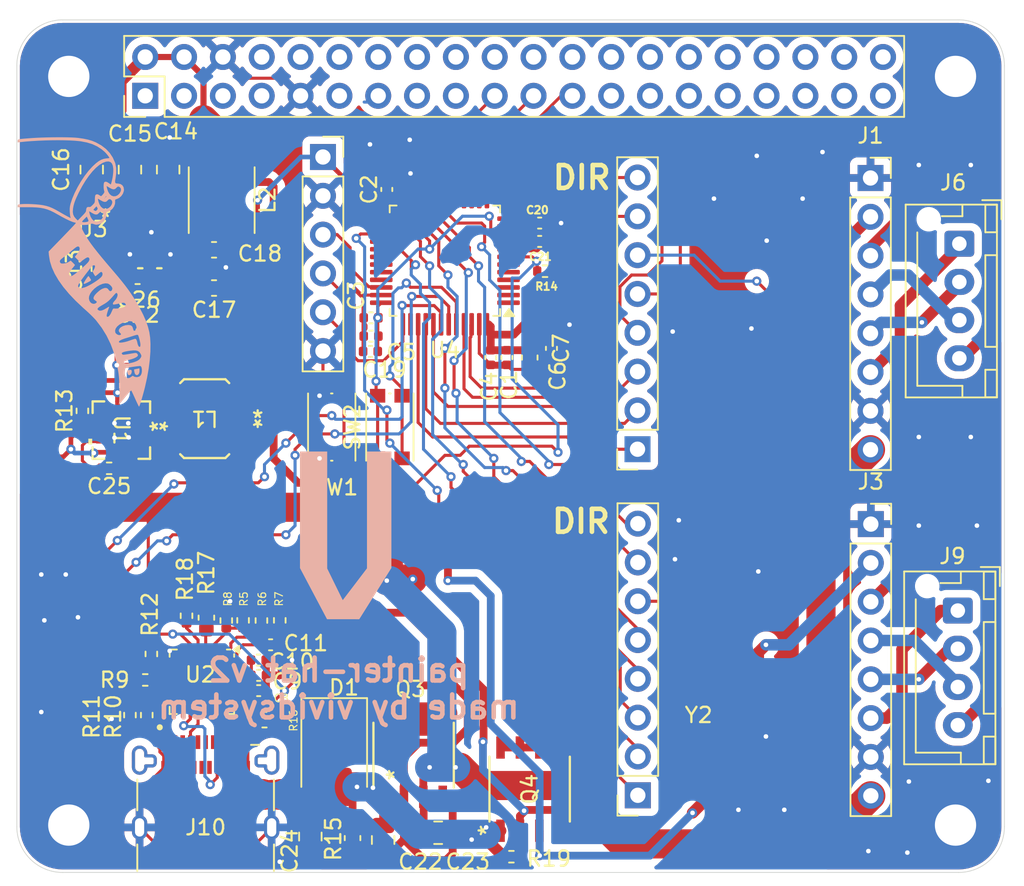
<source format=kicad_pcb>
(kicad_pcb (version 20241229) (generator "pcbnew") (generator_version "9.0")
  (layers (0 "F.Cu" signal) (2 "B.Cu" signal) (13 "F.Paste" user) (15 "B.Paste" user) (5 "F.SilkS" user "F.Silkscreen") (7 "B.SilkS" user "B.Silkscreen") (1 "F.Mask" user) (3 "B.Mask" user) (25 "Edge.Cuts" user))
  (net 0 "")
  (net 1 "GND")
  (net 2 "+5V")
  (net 3 "/Step 1")
  (net 4 "VDD")
  (net 5 "+3.3V")
  (net 6 "/Direction 1")
  (net 7 "/Direction 2")
  (net 8 "/Step 2")
  (net 9 "Net-(U2-VCCD)")
  (net 10 "Net-(U3-LX)")
  (net 13 "Net-(U3-BST)")
  (net 14 "Net-(C13-Pad1)")
  (net 19 "/Enable 1")
  (net 27 "/Enable 2")
  (net 28 "Net-(C17-Pad2)")
  (net 29 "Net-(U3-BIAS)")
  (net 30 "VBUS")
  (net 31 "Net-(C22-Pad2)")
  (net 32 "VD")
  (net 33 "Net-(C25-Pad1)")
  (net 34 "Net-(U1-BST)")
  (net 35 "Net-(D1-K)")
  (net 36 "/Motor1_A")
  (net 37 "/Motor1_B")
  (net 38 "/Motor2_A")
  (net 39 "/Motor2_B")
  (net 40 "/MS 1_2")
  (net 41 "/UART3_RX")
  (net 42 "/MS 1_1")
  (net 43 "/CLK 1")
  (net 44 "/UART3_TX")
  (net 45 "/Motor4_A")
  (net 46 "/Motor4_B")
  (net 47 "/Motor3_A")
  (net 48 "/Motor3_B")
  (net 49 "/MS 2_1")
  (net 50 "/MS 2_2")
  (net 53 "/SPI1_MISO")
  (net 55 "/SPI1_SCK")
  (net 61 "unconnected-(J5-Pin_13-Pad13)")
  (net 73 "/SPI1_MOSI")
  (net 75 "/Power/CC1")
  (net 76 "/Power/CC2")
  (net 82 "Net-(Q4-Pad2)")
  (net 83 "Net-(Q4-Pad5)")
  (net 84 "Net-(U2-VBUS_MAX)")
  (net 85 "Net-(U2-VBUS_MIN)")
  (net 86 "Net-(U2-FLIP)")
  (net 87 "I2C1_SCL")
  (net 88 "I2C1_SDA")
  (net 89 "/Power/~{HP INT}")
  (net 90 "Net-(U1-PG)")
  (net 91 "/NRST")
  (net 92 "Net-(U2-VBUS_FET_EN)")
  (net 93 "/Power/SAFE PWR")
  (net 94 "Net-(U4-BOOT0)")
  (net 106 "/UART1_RX")
  (net 112 "/UART2_TX")
  (net 113 "/~{HP INT}")
  (net 117 "/SWCLK")
  (net 119 "/UART1_TX")
  (net 120 "/SWDIO")
  (net 123 "/UART2_RX")
  (net 124 "/SPI1_~{SS}")
  (footprint "Capacitor_SMD:C_0603_1608Metric" (layer "F.Cu") (at 89 115.425 90)
    (property "Reference" "R17")
    (property "Value" "1k")
  )
  (footprint "Capacitor_SMD:C_0603_1608Metric" (layer "F.Cu") (at 89.5 93.85 180)
    (property "Reference" "C17")
    (property "Value" "4.7uF")
  )
  (footprint "MountingHole:MountingHole_2.7mm_M2.5_DIN965_Pad_TopBottom" (layer "F.Cu") (at 138 80)
    (property "Reference" "H2" (hide yes))
    (property "Value" "MountingHole_Pad" (hide yes))
  )
  (footprint "Resistor_SMD:R_0402_1005Metric" (layer "F.Cu") (at 85.1 121.8 -90)
    (property "Reference" "R10")
    (property "Value" "2.2k")
  )
  (footprint "Capacitor_SMD:C_0402_1005Metric" (layer "F.Cu") (at 99.77 95.8 180)
    (property "Reference" "C3")
    (property "Value" "100nF")
  )
  (footprint "Inductor_SMD:L_Coilcraft_XxL4030" (layer "F.Cu") (at 90 88.1 -90)
    (property "Reference" "L2")
    (property "Value" "3.3-4.7uH")
  )
  (footprint "Capacitor_SMD:C_0402_1005Metric" (layer "F.Cu") (at 99.77 97 180)
    (property "Reference" "C5")
    (property "Value" "100nF")
  )
  (footprint "MountingHole:MountingHole_2.7mm_M2.5_DIN965_Pad_TopBottom" (layer "F.Cu") (at 80 80)
    (property "Reference" "H1" (hide yes))
    (property "Value" "MountingHole_Pad" (hide yes))
  )
  (footprint "Capacitor_SMD:C_0603_1608Metric" (layer "F.Cu") (at 98.560913 129.85 -90)
    (property "Reference" "R15")
    (property "Value" "10k")
  )
  (footprint "Package_QFP:LQFP-48_7x7mm_P0.5mm" (layer "F.Cu") (at 104.6 92.0625 180)
    (property "Reference" "U4")
    (property "Value" "STM32F103CB")
  )
  (footprint "Connector_PinSocket_2.54mm:PinSocket_1x08_P2.54mm_Vertical" (layer "F.Cu") (at 132.44 86.65)
    (property "Reference" "J1")
    (property "Value" "Conn_01x08_Socket")
  )
  (footprint "Connector_PinSocket_2.54mm:PinSocket_1x06_P2.54mm_Vertical" (layer "F.Cu") (at 96.625 85.275)
    (property "Reference" "J7" (hide yes))
    (property "Value" "Conn_01x06")
  )
  (footprint "Resistor_SMD:R_0402_1005Metric" (layer "F.Cu") (at 85 119.5 180)
    (property "Reference" "R9")
    (property "Value" "2.2k")
  )
  (footprint "Resistor_SMD:R_0402_1005Metric" (layer "F.Cu") (at 87.7 115.3 -90)
    (property "Reference" "R18")
    (property "Value" "1k")
  )
  (footprint "Oscillator:Oscillator_SMD_EuroQuartz_XO91-4Pin_7.0x5.0mm" (layer "F.Cu") (at 123 117 90)
    (property "Reference" "Y2")
    (property "Value" "16 MHz")
  )
  (footprint "Resistor_SMD:R_0402_1005Metric" (layer "F.Cu") (at 92.6 115.61 -90)
    (property "Reference" "R6")
    (property "Value" "5.1k")
  )
  (footprint "Connector_PinSocket_2.54mm:PinSocket_1x08_P2.54mm_Vertical" (layer "F.Cu") (at 117.2 104.4 180)
    (property "Reference" "J2" (hide yes))
    (property "Value" "Conn_01x08_Socket")
  )
  (footprint "MountingHole:MountingHole_2.7mm_M2.5_DIN965_Pad_TopBottom" (layer "F.Cu") (at 80 129)
    (property "Reference" "H3" (hide yes))
    (property "Value" "MountingHole_Pad" (hide yes))
  )
  (footprint "Capacitor_SMD:C_0805_2012Metric" (layer "F.Cu") (at 86.5 86.1 -90)
    (property "Reference" "C14")
    (property "Value" "22uF")
  )
  (footprint "Capacitor_SMD:C_0402_1005Metric" (layer "F.Cu") (at 99.73 98 180)
    (property "Reference" "C19")
    (property "Value" "10nF")
  )
  (footprint "Button_Switch_SMD:SW_Push_1P1T_NO_CK_KMR2" (layer "F.Cu") (at 101 102.95 90)
    (property "Reference" "SW2")
    (property "Value" "SW_Push")
  )
  (footprint "Capacitor_SMD:C_0402_1005Metric" (layer "F.Cu") (at 110.8 89.6)
    (property "Reference" "C20")
    (property "Value" "10nF")
  )
  (footprint "Own:SAMESKY_UJ40-C-H-G-SMT-P24-TR" (layer "F.Cu") (at 88.95 129.15)
    (property "Reference" "J10")
    (property "Value" "UJ40-C-H-G-SMT-P24-TR")
    (fp_line (start -4.62 -4.85) (end -4.62 -3.95) (stroke (width 0.01)) (layer "Edge.Cuts"))
    (fp_line (start -4.02 -4.675) (end -4.02 -4.85) (stroke (width 0.01)) (layer "Edge.Cuts"))
    (fp_line (start -4.02 -3.95) (end -4.02 -4.025) (stroke (width 0.01)) (layer "Edge.Cuts"))
    (fp_line (start -3.92 -4.125) (end -3.5 -4.125) (stroke (width 0.01)) (layer "Edge.Cuts"))
    (fp_line (start -3.5 -4.575) (end -3.92 -4.575) (stroke (width 0.01)) (layer "Edge.Cuts"))
    (fp_line (start -3.4 -4.225) (end -3.4 -4.475) (stroke (width 0.01)) (layer "Edge.Cuts"))
    (fp_line (start 3.4 -4.225) (end 3.4 -4.475) (stroke (width 0.01)) (layer "Edge.Cuts"))
    (fp_line (start 3.5 -4.575) (end 3.92 -4.575) (stroke (width 0.01)) (layer "Edge.Cuts"))
    (fp_line (start 3.92 -4.125) (end 3.5 -4.125) (stroke (width 0.01)) (layer "Edge.Cuts"))
    (fp_line (start 4.02 -4.675) (end 4.02 -4.85) (stroke (width 0.01)) (layer "Edge.Cuts"))
    (fp_line (start 4.02 -3.95) (end 4.02 -4.025) (stroke (width 0.01)) (layer "Edge.Cuts"))
    (fp_line (start 4.62 -4.85) (end 4.62 -3.95) (stroke (width 0.01)) (layer "Edge.Cuts"))
    (fp_arc (start -4.62 -4.85) (mid -4.532132 -5.062132) (end -4.32 -5.15) (stroke (width 0.01)) (layer "Edge.Cuts"))
    (fp_arc (start -4.32 -5.15) (mid -4.107868 -5.062132) (end -4.02 -4.85) (stroke (width 0.01)) (layer "Edge.Cuts"))
    (fp_arc (start -4.32 -3.65) (mid -4.532132 -3.737868) (end -4.62 -3.95) (stroke (width 0.01)) (layer "Edge.Cuts"))
    (fp_arc (start -4.02 -4.025) (mid -3.990711 -4.095711) (end -3.92 -4.125) (stroke (width 0.01)) (layer "Edge.Cuts"))
    (fp_arc (start -4.02 -3.95) (mid -4.107868 -3.737868) (end -4.32 -3.65) (stroke (width 0.01)) (layer "Edge.Cuts"))
    (fp_arc (start -3.92 -4.575) (mid -3.990711 -4.604289) (end -4.02 -4.675) (stroke (width 0.01)) (layer "Edge.Cuts"))
    (fp_arc (start -3.5 -4.575) (mid -3.429289 -4.545711) (end -3.4 -4.475) (stroke (width 0.01)) (layer "Edge.Cuts"))
    (fp_arc (start -3.4 -4.225) (mid -3.429289 -4.154289) (end -3.5 -4.125) (stroke (width 0.01)) (layer "Edge.Cuts"))
    (fp_arc (start 3.4 -4.475) (mid 3.429289 -4.545711) (end 3.5 -4.575) (stroke (width 0.01)) (layer "Edge.Cuts"))
    (fp_arc (start 3.5 -4.125) (mid 3.429289 -4.154289) (end 3.4 -4.225) (stroke (width 0.01)) (layer "Edge.Cuts"))
    (fp_arc (start 3.92 -4.125) (mid 3.990711 -4.095711) (end 4.02 -4.025) (stroke (width 0.01)) (layer "Edge.Cuts"))
    (fp_arc (start 4.02 -4.85) (mid 4.107868 -5.062132) (end 4.32 -5.15) (stroke (width 0.01)) (layer "Edge.Cuts"))
    (fp_arc (start 4.02 -4.675) (mid 3.990711 -4.604289) (end 3.92 -4.575) (stroke (width 0.01)) (layer "Edge.Cuts"))
    (fp_arc (start 4.32 -5.15) (mid 4.532132 -5.062132) (end 4.62 -4.85) (stroke (width 0.01)) (layer "Edge.Cuts"))
    (fp_arc (start 4.32 -3.65) (mid 4.107868 -3.737868) (end 4.02 -3.95) (stroke (width 0.01)) (layer "Edge.Cuts"))
    (fp_arc (start 4.62 -3.95) (mid 4.532132 -3.737868) (end 4.32 -3.65) (stroke (width 0.01)) (layer "Edge.Cuts"))
  )
  (footprint "Resistor_SMD:R_0402_1005Metric" (layer "F.Cu") (at 91.4 115.6 -90)
    (property "Reference" "R5")
    (property "Value" "bridge")
  )
  (footprint "Diode_SMD:D_SMB" (layer "F.Cu") (at 97.36 124.35 -90)
    (property "Reference" "D1")
    (property "Value" "B340B-13-F")
  )
  (footprint "Capacitor_SMD:C_0402_1005Metric" (layer "F.Cu") (at 92.42 119.2 180)
    (property "Reference" "C9")
    (property "Value" "0.2uF")
  )
  (footprint "Own:QFN16_3X3_SEM" (layer "F.Cu") (at 83.438624 103.149937 -90)
    (property "Reference" "U1")
    (property "Value" "TS30013-M033QFNR")
  )
  (footprint "Connector_PinSocket_2.54mm:PinSocket_1x08_P2.54mm_Vertical" (layer "F.Cu") (at 132.46 109.3)
    (property "Reference" "J3")
    (property "Value" "Conn_01x08_Socket")
  )
  (footprint "Connector_PinSocket_2.54mm:PinSocket_1x08_P2.54mm_Vertical" (layer "F.Cu") (at 117.22 127.05 180)
    (property "Reference" "J4" (hide yes))
    (property "Value" "Conn_01x08_Socket")
  )
  (footprint "Capacitor_SMD:C_0402_1005Metric" (layer "F.Cu") (at 110.8 90.8)
    (property "Reference" "C21")
    (property "Value" "10nF")
  )
  (footprint "Connector_JST:JST_XH_B4B-XH-AM_1x04_P2.50mm_Vertical" (layer "F.Cu") (at 138.15 114.96 -90)
    (property "Reference" "J9")
    (property "Value" "Conn_01x04")
  )
  (footprint "Resistor_SMD:R_0402_1005Metric" (layer "F.Cu") (at 82.638624 105.649748 180)
    (property "Reference" "C25")
    (property "Value" "0.1uF")
  )
  (footprint "Capacitor_SMD:C_0805_2012Metric" (layer "F.Cu") (at 95.8 129.75 90)
    (property "Reference" "C24")
    (property "Value" "10uF")
  )
  (footprint "Capacitor_SMD:C_0402_1005Metric" (layer "F.Cu") (at 100.8 87.4 90)
    (property "Reference" "C2")
    (property "Value" "100nF")
  )
  (footprint "Capacitor_SMD:C_0603_1608Metric" (layer "F.Cu") (at 89.5 91.35)
    (property "Reference" "C18")
    (property "Value" "2.2uF")
  )
  (footprint "Connector_PinHeader_2.54mm:PinHeader_2x20_P2.54mm_Vertical" (layer "F.Cu") (at 85 81.27 90)
    (property "Reference" "J5" (hide yes))
    (property "Value" "Conn_02x20_Odd_Even" (hide yes))
  )
  (footprint "Capacitor_SMD:C_0402_1005Metric" (layer "F.Cu") (at 92.4 118.2 180)
    (property "Reference" "C10")
    (property "Value" "0.2uF")
  )
  (footprint "Resistor_SMD:R_0402_1005Metric" (layer "F.Cu") (at 90.3 115.61 90)
    (property "Reference" "R8")
    (property "Value" "5.1k")
  )
  (footprint "Resistor_SMD:R_0402_1005Metric" (layer "F.Cu") (at 80.888624 101.889748 90)
    (property "Reference" "R13")
    (property "Value" "10k")
  )
  (footprint "Own:SOIC8_3P9X4P9_OSI" (layer "F.Cu") (at 102.555 124.42415 90)
    (property "Reference" "Q3")
    (property "Value" "FDS8949")
  )
  (footprint "Own:IND_NRS5030T100MMGJ_TAY" (layer "F.Cu") (at 88.888624 102.399748 180)
    (property "Reference" "L1")
    (property "Value" "4.7uH")
  )
  (footprint "Package_DFN_QFN:QFN-24-1EP_4x4mm_P0.5mm_EP2.75x2.75mm" (layer "F.Cu") (at 88.705 119.62 -90)
    (property "Reference" "U2")
    (property "Value" "CYPD3177-24LQ")
  )
  (footprint "Resistor_SMD:R_0402_1005Metric" (layer "F.Cu") (at 85.4 117.8 90)
    (property "Reference" "R12")
    (property "Value" "2.2k")
  )
  (footprint "Button_Switch_SMD:SW_Push_1P1T_NO_CK_KMR2" (layer "F.Cu") (at 97.2 102.95 90)
    (property "Reference" "SW1")
    (property "Value" "SW_Push")
  )
  (footprint "Capacitor_SMD:C_0603_1608Metric" (layer "F.Cu") (at 84.5 94.1)
    (property "Reference" "C12")
    (property "Value" "10uF")
  )
  (footprint "Capacitor_SMD:C_0402_1005Metric" (layer "F.Cu") (at 108.65 98.4 -90)
    (property "Reference" "C1")
    (property "Value" "4.7uF")
  )
  (footprint "Capacitor_SMD:C_0805_2012Metric" (layer "F.Cu") (at 81.5 86.1 -90)
    (property "Reference" "C16")
    (property "Value" "22uF")
  )
  (footprint "Own:SOIC8_3P9X4P9_OSI" (layer "F.Cu") (at 110.145 126.64585 90)
    (property "Reference" "Q4")
    (property "Value" "FDS8949")
  )
  (footprint "Capacitor_SMD:C_0805_2012Metric" (layer "F.Cu") (at 100.560913 129.975 -90)
    (property "Reference" "C22")
    (property "Value" "1uF")
  )
  (footprint "Resistor_SMD:R_0402_1005Metric" (layer "F.Cu") (at 108.95 131.07 180)
    (property "Reference" "R19")
    (property "Value" "49.9k")
  )
  (footprint "Capacitor_SMD:C_0402_1005Metric" (layer "F.Cu") (at 92.42 120.2)
    (property "Reference" "C8")
    (property "Value" "1uF")
  )
  (footprint "Own:FC2QFN-17" (layer "F.Cu") (at 85.296873 90.55)
    (property "Reference" "U3")
    (property "Value" "MAX26405AFOAY+T")
  )
  (footprint "MountingHole:MountingHole_2.7mm_M2.5_DIN965_Pad_TopBottom" (layer "F.Cu") (at 138 129)
    (property "Reference" "H4" (hide yes))
    (property "Value" "MountingHole_Pad" (hide yes))
  )
  (footprint "Capacitor_SMD:C_0603_1608Metric" (layer "F.Cu") (at 84.575 96.05)
    (property "Reference" "C26")
    (property "Value" "2.2uF")
  )
  (footprint "Capacitor_SMD:C_0402_1005Metric" (layer "F.Cu") (at 107.6 98.4 -90)
    (property "Reference" "C4")
    (property "Value" "100nF")
  )
  (footprint "Resistor_SMD:R_0402_1005Metric" (layer "F.Cu") (at 93.8 115.6 90)
    (property "Reference" "R7")
    (property "Value" "dont connect")
  )
  (footprint "Resistor_SMD:R_0402_1005Metric" (layer "F.Cu") (at 84 121.8 -90)
    (property "Reference" "R11")
    (property "Value" "2.2k")
  )
  (footprint "Capacitor_SMD:C_0402_1005Metric" (layer "F.Cu") (at 93.2 117.2 180)
    (property "Reference" "C11")
    (property "Value" "1uF")
  )
  (footprint "Capacitor_SMD:C_0805_2012Metric" (layer "F.Cu") (at 104.16 129.5 180)
    (property "Reference" "C23")
    (property "Value" "1uF")
  )
  (footprint "Capacitor_SMD:C_0603_1608Metric" (layer "F.Cu") (at 92.8 122.1)
    (property "Reference" "R16")
    (property "Value" "50k")
  )
  (footprint "Connector_JST:JST_XH_B4B-XH-AM_1x04_P2.50mm_Vertical" (layer "F.Cu") (at 138.25 90.95 -90)
    (property "Reference" "J6")
    (property "Value" "Conn_01x04")
  )
  (footprint "Capacitor_SMD:C_0805_2012Metric" (layer "F.Cu") (at 84 86.1 -90)
    (property "Reference" "C15")
    (property "Value" "22uF")
  )
  (footprint "Capacitor_SMD:C_0603_1608Metric" (layer "F.Cu") (at 110.15 98.4 -90)
    (property "Reference" "C7")
    (property "Value" "1uF")
  )
  (footprint "Capacitor_SMD:C_0402_1005Metric" (layer "F.Cu") (at 111.57 97.8 -90)
    (property "Reference" "C6")
    (property "Value" "100nF")
  )
  (footprint "Resistor_SMD:R_0402_1005Metric" (layer "F.Cu") (at 111.15 92.75 180)
    (property "Reference" "R14")
    (property "Value" "10k")
  )
  (footprint "Capacitor_SMD:C_0603_1608Metric" (layer "F.Cu") (at 82 92.6 -90)
    (property "Reference" "C13")
    (property "Value" "4.7uF")
  )
  (footprint "Own:hackclub-logo" (layer "B.Cu") (at 81.657218 92.75857 -90)
    (property "Reference" "G***" (hide yes))
    (property "Value" "LOGO" (hide yes))
  )
  (footprint "Own:logo-vivid-v" (layer "B.Cu") (at 98.1 110.05 180)
    (property "Reference" "G***" (hide yes))
    (property "Value" "LOGO" (hide yes))
  )
  (gr_line (start 138.2 132.1) (end 79.6 132.1) (stroke (width 0.05)) (layer "Edge.Cuts"))
  (gr_arc (start 79.6 132.1) (mid 77.47868 131.22132) (end 76.6 129.1) (stroke (width 0.05)) (layer "Edge.Cuts"))
  (gr_line (start 76.6 129.1) (end 76.6 79.3) (stroke (width 0.05)) (layer "Edge.Cuts"))
  (gr_line (start 79.6 76.3) (end 138.2 76.3) (stroke (width 0.05)) (layer "Edge.Cuts"))
  (gr_arc (start 138.2 76.3) (mid 140.32132 77.17868) (end 141.2 79.3) (stroke (width 0.05)) (layer "Edge.Cuts"))
  (gr_arc (start 141.2 129.1) (mid 140.32132 131.22132) (end 138.2 132.1) (stroke (width 0.05)) (layer "Edge.Cuts"))
  (gr_line (start 141.2 79.3) (end 141.2 129.1) (stroke (width 0.05)) (layer "Edge.Cuts"))
  (gr_arc (start 76.6 79.3) (mid 77.47868 77.17868) (end 79.6 76.3) (stroke (width 0.05)) (layer "Edge.Cuts"))
  (gr_text "DIR" (at 111.45 110 0) (layer "F.SilkS") (effects (font (size 1.5 1.5) (thickness 0.3) (bold yes)) (justify left bottom)))
  (gr_text "DIR" (at 111.5 87.5 0) (layer "F.SilkS") (effects (font (size 1.5 1.5) (thickness 0.3) (bold yes)) (justify left bottom)))
  (gr_text "painter-hat v2\nmade by vividsystem" (at 97.65 122.15 0) (layer "B.SilkS") (effects (font (size 1.5 1.5) (thickness 0.3) (bold yes)) (justify bottom mirror)))
  (segment (start 85.4 117.29) (end 86.29 117.29) (width 0.2) (layer "F.Cu") (net 1))
  (segment (start 91.46 123.6) (end 91.46 123.06) (width 0.2) (layer "F.Cu") (net 1))
  (segment (start 125.1 112.4) (end 125.1 114.5) (width 0.2) (layer "F.Cu") (net 1))
  (segment (start 94 117.2) (end 93.68 117.2) (width 0.2) (layer "F.Cu") (net 1))
  (segment (start 91.96 130.5) (end 93.28 129.18) (width 0.2) (layer "F.Cu") (net 1))
  (segment (start 95.8 130.7) (end 94.445 130.7) (width 0.508) (layer "F.Cu") (net 1))
  (segment (start 91.46 123.06) (end 90.9 122.5) (width 0.2) (layer "F.Cu") (net 1))
  (segment (start 98.45 93.7) (end 98.5 93.7) (width 0.2) (layer "F.Cu") (net 1))
  (segment (start 83.688687 102.899874) (end 83.688687 101.699937) (width 0.2) (layer "F.Cu") (net 1))
  (segment (start 92.9 120.2) (end 92.9 118.22) (width 0.2) (layer "F.Cu") (net 1))
  (segment (start 89.955 120.87) (end 88.705 119.62) (width 0.2) (layer "F.Cu") (net 1))
  (segment (start 98.5 93.7) (end 99.1125 94.3125) (width 0.2) (layer "F.Cu") (net 1))
  (segment (start 88.705 119.62) (end 87.455 118.37) (width 0.2) (layer "F.Cu") (net 1))
  (segment (start 83.438624 103.149937) (end 83.438624 103.199748) (width 0.2) (layer "F.Cu") (net 1))
  (segment (start 87.41 117.6) (end 87.455 117.645) (width 0.2) (layer "F.Cu") (net 1))
  (segment (start 90.68 119.37) (end 88.955 119.37) (width 0.2) (layer "F.Cu") (net 1))
  (segment (start 139.55 81.55) (end 138 80) (width 0.2) (layer "F.Cu") (net 1))
  (segment (start 109.89495 91.3125) (end 109.99395 91.4115) (width 0.2) (layer "F.Cu") (net 1))
  (segment (start 83.91353 103.624842) (end 84.188813 103.900126) (width 0.2) (layer "F.Cu") (net 1))
  (segment (start 99.25 94.45) (end 99.25 98) (width 0.2) (layer "F.Cu") (net 1))
  (segment (start 94.445 130.7) (end 93.8 131.345) (width 0.508) (layer "F.Cu") (net 1))
  (segment (start 84.64 129.18) (end 84.64 126.825) (width 0.2) (layer "F.Cu") (net 1))
  (segment (start 91.469 80.119) (end 90.08 78.73) (width 0.2) (layer "F.Cu") (net 1))
  (segment (start 109.99395 91.4115) (end 110.6685 91.4115) (width 0.2) (layer "F.Cu") (net 1))
  (segment (start 89.499 94.626) (end 87.526 94.626) (width 0.2) (layer "F.Cu") (net 1))
  (segment (start 81.5 85.15) (end 86.5 85.15) (width 0.2) (layer "F.Cu") (net 1))
  (segment (start 84 122.31) (end 85.1 122.31) (width 0.2) (layer "F.Cu") (net 1))
  (segment (start 86.5 84.1) (end 86.6 84) (width 0.2) (layer "F.Cu") (net 1))
  (segment (start 110.15 99.175) (end 108.945 99.175) (width 0.2) (layer "F.Cu") (net 1))
  (segment (start 99.1125 94.3125) (end 100.4375 94.3125) (width 0.2) (layer "F.Cu") (net 1))
  (segment (start 85.96 130.5) (end 91.96 130.5) (width 0.2) (layer "F.Cu") (net 1))
  (segment (start 83.06 122.31) (end 82.8 122.05) (width 0.2) (layer "F.Cu") (net 1))
  (segment (start 106.85 98.13) (end 107.6 98.88) (width 0.2) (layer "F.Cu") (net 1))
  (segment (start 108.7625 91.3125) (end 109.89495 91.3125) (width 0.2) (layer "F.Cu") (net 1))
  (segment (start 94.6 115.2) (end 94.6 116.6) (width 0.2) (layer "F.Cu") (net 1))
  (segment (start 96.625 100.675) (end 96.4 100.9) (width 0.2) (layer "F.Cu") (net 1))
  (segment (start 86.5 85.15) (end 86.5 84.1) (width 0.2) (layer "F.Cu") (net 1))
  (segment (start 111.045 98.28) (end 110.15 99.175) (width 0.2) (layer "F.Cu") (net 1))
  (segment (start 112.75 97.1) (end 112.75 96.25) (width 0.2) (layer "F.Cu") (net 1))
  (segment (start 94.6 116.6) (end 94 117.2) (width 0.2) (layer "F.Cu") (net 1))
  (segment (start 85.53875 90.06125) (end 85.4 90.2) (width 0.2) (layer "F.Cu") (net 1))
  (segment (start 91.46 123.6) (end 91.71 123.85) (width 0.2) (layer "F.Cu") (net 1))
  (segment (start 84 122.31) (end 83.06 122.31) (width 0.2) (layer "F.Cu") (net 1))
  (segment (start 87.455 118.37) (end 87.455 117.645) (width 0.2) (layer "F.Cu") (net 1))
  (segment (start 86.21 125.255) (end 86.21 124.461947) (width 0.2) (layer "F.Cu") (net 1))
  (segment (start 84.188813 104.599937) (end 84.188813 103.900126) (width 0.2) (layer "F.Cu") (net 1))
  (segment (start 86.6 117.6) (end 87.41 117.6) (width 0.2) (layer "F.Cu") (net 1))
  (segment (start 90.3 115.1) (end 90.3 114.6) (width 0.2) (layer "F.Cu") (net 1))
  (segment (start 90.55 114.35) (end 90.6 114.3) (width 0.2) (layer "F.Cu") (net 1))
  (segment (start 85.96 124.211947) (end 85.96 123.6) (width 0.2) (layer "F.Cu") (net 1))
  (segment (start 90.275 93.85) (end 89.499 94.626) (width 0.2) (layer "F.Cu") (net 1))
  (segment (start 82 93.375) (end 82.267623 93.375) (width 0.2) (layer "F.Cu") (net 1))
  (segment (start 84.64 126.825) (end 86.21 125.255) (width 0.2) (layer "F.Cu") (net 1))
  (segment (start 110.6685 91.4115) (end 111.28 90.8) (width 0.2) (layer "F.Cu") (net 1))
  (segment (start 94.2 82.23) (end 94.2 85.39) (width 0.2) (layer "F.Cu") (net 1))
  (segment (start 88.955 119.37) (end 88.705 119.62) (width 0.2) (layer "F.Cu") (net 1))
  (segment (start 86.29 117.29) (end 86.6 117.6) (width 0.2) (layer "F.Cu") (net 1))
  (segment (start 83.438624 103.149937) (end 83.688687 102.899874) (width 0.2) (layer "F.Cu") (net 1))
  (segment (start 94.009 80.119) (end 91.469 80.119) (width 0.2) (layer "F.Cu") (net 1))
  (segment (start 106.85 96.225) (end 106.85 98.13) (width 0.2) (layer "F.Cu") (net 1))
  (segment (start 111.57 98.28) (end 112.75 97.1) (width 0.2) (layer "F.Cu") (net 1))
  (segment (start 108.945 99.175) (end 108.65 98.88) (width 0.2) (layer "F.Cu") (net 1))
  (segment (start 112.2 89.6) (end 111.28 89.6) (width 0.3048) (layer "F.Cu") (net 1))
  (segment (start 94.49 115.09) (end 94.6 115.2) (width 0.2) (layer "F.Cu") (net 1))
  (segment (start 94.2 85.39) (end 96.625 87.815) (width 0.2) (layer "F.Cu") (net 1))
  (segment (start 84.188813 103.900126) (end 84.888624 103.900126) (width 0.2) (layer "F.Cu") (net 1))
  (segment (start 91.71 123.85) (end 91.71 125.255) (width 0.2) (layer "F.Cu") (net 1))
  (segment (start 95.16 81.27) (end 94.009 80.119) (width 0.2) (layer "F.Cu") (net 1))
  (segment (start 90.68 120.87) (end 89.955 120.87) (width 0.2) (layer "F.Cu") (net 1))
  (segment (start 90.9 121.09) (end 90.68 120.87) (width 0.2) (layer "F.Cu") (net 1))
  (segment (start 93.8 115.09) (end 94.49 115.09) (width 0.2) (layer "F.Cu") (net 1))
  (segment (start 86.826873 90.06125) (end 85.53875 90.06125) (width 0.2) (layer "F.Cu") (net 1))
  (segment (start 90.275 92.5) (end 90.275 93.85) (width 0.2) (layer "F.Cu") (net 1))
  (segment (start 111.28 90.8) (end 111.28 89.6) (width 0.3048) (layer "F.Cu") (net 1))
  (segment (start 90.9 122.5) (end 90.9 121.09) (width 0.2) (layer "F.Cu") (net 1))
  (segment (start 111.57 98.28) (end 111.045 98.28) (width 0.2) (layer "F.Cu") (net 1))
  (segment (start 84.64 129.18) (end 85.96 130.5) (width 0.2) (layer "F.Cu") (net 1))
  (segment (start 82.267623 93.375) (end 83.996873 91.64575) (width 0.2) (layer "F.Cu") (net 1))
  (segment (start 98.5 93.7) (end 99.25 94.45) (width 0.2) (layer "F.Cu") (net 1))
  (segment (start 95.16 81.27) (end 94.2 82.23) (width 0.2) (layer "F.Cu") (net 1))
  (segment (start 90.3 114.6) (end 90.55 114.35) (width 0.2) (layer "F.Cu") (net 1))
  (segment (start 86.21 124.461947) (end 85.96 124.211947) (width 0.2) (layer "F.Cu") (net 1))
  (segment (start 102.35 86.35) (end 102.35 87.9) (width 0.2) (layer "F.Cu") (net 1))
  (segment (start 86.620123 93.720123) (end 86.620123 92.42575) (width 0.2) (layer "F.Cu") (net 1))
  (segment (start 87.526 94.626) (end 86.620123 93.720123) (width 0.2) (layer "F.Cu") (net 1))
  (segment (start 90.275 91.35) (end 90.275 92.5) (width 0.2) (layer "F.Cu") (net 1))
  (segment (start 92.9 118.22) (end 92.88 118.2) (width 0.2) (layer "F.Cu") (net 1))
  (segment (start 96.625 97.975) (end 96.625 100.675) (width 0.2) (layer "F.Cu") (net 1))
  (via (at 83.888624 102.699748) (size 0.6) (drill 0.3) (layers "F.Cu" "B.Cu") (net 1))
  (via (at 96.4 100.9) (size 0.6) (drill 0.3) (layers "F.Cu" "B.Cu") (net 1))
  (via (at 139 103.6) (size 0.6) (drill 0.3) (layers "F.Cu" "B.Cu") (net 1))
  (via (at 140.15 126.1) (size 0.6) (drill 0.3) (layers "F.Cu" "B.Cu") (net 1))
  (via (at 83.996873 91.64575) (size 0.6) (drill 0.3) (layers "F.Cu" "B.Cu") (net 1))
  (via (at 134.95 126.15) (size 0.6) (drill 0.3) (layers "F.Cu" "B.Cu") (net 1))
  (via (at 122.2 88) (size 0.6) (drill 0.3) (layers "F.Cu" "B.Cu") (net 1))
  (via (at 99.7 84.45) (size 0.6) (drill 0.3) (layers "F.Cu" "B.Cu") (net 1))
  (via (at 134.85 130.8) (size 0.6) (drill 0.3) (layers "F.Cu" "B.Cu") (net 1))
  (via (at 135.6 85.8) (size 0.6) (drill 0.3) (layers "F.Cu" "B.Cu") (net 1))
  (via (at 78.2 121.6) (size 0.6) (drill 0.3) (layers "F.Cu" "B.Cu") (net 1))
  (via (at 90.55 114.35) (size 0.6) (drill 0.3) (layers "F.Cu" "B.Cu") (net 1))
  (via (at 86.65 91.65) (size 0.6) (drill 0.3) (layers "F.Cu" "B.Cu") (net 1))
  (via (at 94.6 118.2) (size 0.6) (drill 0.3) (layers "F.Cu" "B.Cu") (net 1))
  (via (at 123.8 128) (size 0.6) (drill 0.3) (layers "F.Cu" "B.Cu") (net 1))
  (via (at 82.988624 102.699748) (size 0.6) (drill 0.3) (layers "F.Cu" "B.Cu") (net 1))
  (via (at 135.6 103.6) (size 0.6) (drill 0.3) (layers "F.Cu" "B.Cu") (net 1))
  (via (at 80.6 115.4) (size 0.6) (drill 0.3) (layers "F.Cu" "B.Cu") (net 1))
  (via (at 125.65 90.75) (size 0.6) (drill 0.3) (layers "F.Cu" "B.Cu") (net 1))
  (via (at 112.75 96.25) (size 0.6) (drill 0.3) (layers "F.Cu" "B.Cu") (net 1))
  (via (at 102.35 86.35) (size 0.6) (drill 0.3) (layers "F.Cu" "B.Cu") (net 1))
  (via (at 86.6 84) (size 0.6) (drill 0.3) (layers "F.Cu" "B.Cu") (net 1))
  (via (at 139 85.8) (size 0.6) (drill 0.3) (layers "F.Cu" "B.Cu") (net 1))
  (via (at 82.8 122.05) (size 0.6) (drill 0.3) (layers "F.Cu" "B.Cu") (net 1))
  (via (at 125.6 123.2) (size 0.6) (drill 0.3) (layers "F.Cu" "B.Cu") (net 1))
  (via (at 125 85.2) (size 0.6) (drill 0.3) (layers "F.Cu" "B.Cu") (net 1))
  (via (at 102.3 84.15) (size 0.6) (drill 0.3) (layers "F.Cu" "B.Cu") (net 1))
  (via (at 83.91353 103.624842) (size 0.6) (drill 0.3) (layers "F.Cu" "B.Cu") (net 1))
  (via (at 79.8 112.6) (size 0.6) (drill 0.3) (layers "F.Cu" "B.Cu") (net 1))
  (via (at 82.988624 103.649748) (size 0.6) (drill 0.3) (layers "F.Cu" "B.Cu") (net 1))
  (via (at 93.8 131.4) (size 0.6) (drill 0.3) (layers "F.Cu" "B.Cu") (net 1))
  (via (at 119.9 109.05) (size 0.6) (drill 0.3) (layers "F.Cu" "B.Cu") (net 1))
  (via (at 86.6 117.6) (size 0.6) (drill 0.3) (layers "F.Cu" "B.Cu") (net 1))
  (via (at 119.5 96.7) (size 0.6) (drill 0.3) (layers "F.Cu" "B.Cu") (net 1))
  (via (at 90.275 92.5) (size 0.6) (drill 0.3) (layers "F.Cu" "B.Cu") (net 1))
  (via (at 98.45 93.7) (size 0.6) (drill 0.3) (layers "F.Cu" "B.Cu") (net 1))
  (via (at 128 88) (size 0.6) (drill 0.3) (layers "F.Cu" "B.Cu") (net 1))
  (via (at 139.4 109.4) (size 0.6) (drill 0.3) (layers "F.Cu" "B.Cu") (net 1))
  (via (at 85.4 90.2) (size 0.6) (drill 0.3) (layers "F.Cu" "B.Cu") (net 1))
  (via (at 119.65 111.6) (size 0.6) (drill 0.3) (layers "F.Cu" "B.Cu") (net 1))
  (via (at 96.4 105) (size 0.6) (drill 0.3) (layers "F.Cu" "B.Cu") (net 1))
  (via (at 132.3 130.7) (size 0.6) (drill 0.3) (layers "F.Cu" "B.Cu") (net 1))
  (via (at 135.6 109.4) (size 0.6) (drill 0.3) (layers "F.Cu" "B.Cu") (net 1))
  (via (at 129.3 84.95) (size 0.6) (drill 0.3) (layers "F.Cu" "B.Cu") (net 1))
  (via (at 112.2 89.6) (size 0.6) (drill 0.3) (layers "F.Cu" "B.Cu") (net 1))
  (via (at 125.1 112.4) (size 0.6) (drill 0.3) (layers "F.Cu" "B.Cu") (net 1))
  (via (at 78.4 115.6) (size 0.6) (drill 0.3) (layers "F.Cu" "B.Cu") (net 1))
  (via (at 126.8 128) (size 0.6) (drill 0.3) (layers "F.Cu" "B.Cu") (net 1))
  (via (at 124.65 96.5) (size 0.6) (drill 0.3) (layers "F.Cu" "B.Cu") (net 1))
  (via (at 78.2 112.6) (size 0.6) (drill 0.3) (layers "F.Cu" "B.Cu") (net 1))
  (segment (start 93.4 87.23) (end 93.085 86.915) (width 0.508) (layer "F.Cu") (net 2))
  (segment (start 122.7 119.5) (end 120.9 119.5) (width 0.75) (layer "F.Cu") (net 2))
  (segment (start 79.6 84) (end 79 84.6) (width 0.75) (layer "F.Cu") (net 2))
  (segment (start 90 86.915) (end 90 84.023377) (width 1.905) (layer "F.Cu") (net 2))
  (segment (start 110.8 129.39) (end 110.78 129.37) (width 0.508) (layer "F.Cu") (net 2))
  (segment (start 79.1 83.8) (end 81.8 83.8) (width 0.75) (layer "F.Cu") (net 2))
  (segment (start 89.865 87.05) (end 90 86.915) (width 1.905) (layer "F.Cu") (net 2))
  (segment (start 123.2 125.8) (end 120.8 128.2) (width 0.75) (layer "F.Cu") (net 2))
  (segment (start 81.7 83.2) (end 81.7 83.7) (width 0.75) (layer "F.Cu") (net 2))
  (segment (start 128.6 93.03) (end 128.6 99.4) (width 0.75) (layer "F.Cu") (net 2))
  (segment (start 83.4 81.6) (end 83.4 80.33) (width 0.75) (layer "F.Cu") (net 2))
  (segment (start 95 106.6) (end 93.4 105) (width 0.508) (layer "F.Cu") (net 2))
  (segment (start 79 84.6) (end 79 83.8) (width 1.905) (layer "F.Cu") (net 2))
  (segment (start 83.4 80.33) (end 85 78.73) (width 0.75) (layer "F.Cu") (net 2))
  (segment (start 81.5 87.05) (end 86.5 87.05) (width 1.905) (layer "F.Cu") (net 2))
  (segment (start 79.85 87.05) (end 79 86.2) (width 1.905) (layer "F.Cu") (net 2))
  (segment (start 125.1 117.7) (end 125.6 117.2) (width 0.75) (layer "F.Cu") (net 2))
  (segment (start 104.8 113) (end 104.8 111.2) (width 0.508) (layer "F.Cu") (net 2))
  (segment (start 90 84.023377) (end 88.81 82.833377) (width 1.905) (layer "F.Cu") (net 2))
  (segment (start 100.201339 106.6) (end 95 106.6) (width 0.508) (layer "F.Cu") (net 2))
  (segment (start 81.8 83.2) (end 83.4 81.6) (width 0.75) (layer "F.Cu") (net 2))
  (segment (start 102.401339 108.8) (end 100.201339 106.6) (width 0.508) (layer "F.Cu") (net 2))
  (segment (start 104.8 111.2) (end 102.401339 108.801339) (width 0.508) (layer "F.Cu") (net 2))
  (segment (start 123.2 119.5) (end 125.1 119.5) (width 0.75) (layer "F.Cu") (net 2))
  (segment (start 87.54 78.73) (end 85 78.73) (width 0.4) (layer "F.Cu") (net 2))
  (segment (start 78.9 83.2) (end 81.7 83.2) (width 0.75) (layer "F.Cu") (net 2))
  (segment (start 86.046873 88.77) (end 86.046873 87.503127) (width 0.5) (layer "F.Cu") (net 2))
  (segment (start 86.5 87.05) (end 89.865 87.05) (width 1.905) (layer "F.Cu") (net 2))
  (segment (start 81.7 83.2) (end 81.8 83.2) (width 0.75) (layer "F.Cu") (net 2))
  (segment (start 123.2 119.5) (end 123.2 125.8) (width 0.75) (layer "F.Cu") (net 2))
  (segment (start 123 119.3) (end 123.2 119.5) (width 0.75) (layer "F.Cu") (net 2))
  (segment (start 123 119.3) (end 122.9 119.3) (width 0.75) (layer "F.Cu") (net 2))
  (segment (start 128.6 105.4) (end 123 111) (width 0.75) (layer "F.Cu") (net 2))
  (segment (start 122.9 119.3) (end 122.7 119.5) (width 0.75) (layer "F.Cu") (net 2))
  (segment (start 128.6 99.4) (end 128.6 105.4) (width 0.75) (layer "F.Cu") (net 2))
  (segment (start 123 111) (end 123 119.3) (width 0.75) (layer "F.Cu") (net 2))
  (segment (start 83.4 82.2) (end 83.4 81.6) (width 0.75) (layer "F.Cu") (net 2))
  (segment (start 132.44 89.19) (end 128.6 93.03) (width 0.75) (layer "F.Cu") (net 2))
  (segment (start 81.7 83.7) (end 81.8 83.8) (width 0.75) (layer "F.Cu") (net 2))
  (segment (start 81.5 87.05) (end 79.85 87.05) (width 1.905) (layer "F.Cu") (net 2))
  (segment (start 110.8 131) (end 110.8 129.39) (width 0.508) (layer "F.Cu") (net 2))
  (segment (start 81.8 83.8) (end 83.4 82.2) (width 0.75) (layer "F.Cu") (net 2))
  (segment (start 93.4 105) (end 93.4 87.23) (width 0.508) (layer "F.Cu") (net 2))
  (segment (start 79 86.2) (end 79 84.6) (width 1.905) (layer "F.Cu") (net 2))
  (segment (start 93.085 86.915) (end 90 86.915) (width 0.508) (layer "F.Cu") (net 2))
  (segment (start 87.54 78.73) (end 88.81 80) (width 0.4) (layer "F.Cu") (net 2))
  (segment (start 125.1 119.5) (end 125.1 117.7) (width 0.75) (layer "F.Cu") (net 2))
  (segment (start 88.81 80) (end 88.81 82.833377) (width 0.4) (layer "F.Cu") (net 2))
  (segment (start 120.9 128.1) (end 120.8 128.2) (width 0.2) (layer "F.Cu") (net 2))
  (segment (start 79.4 83.4) (end 79 83.8) (width 0.75) (layer "F.Cu") (net 2))
  (segment (start 102.401339 108.801339) (end 102.401339 108.8) (width 0.508) (layer "F.Cu") (net 2))
  (via (at 104.8 113) (size 0.6) (drill 0.3) (layers "F.Cu" "B.Cu") (net 2))
  (via (at 120.8 128.2) (size 0.6) (drill 0.3) (layers "F.Cu" "B.Cu") (net 2))
  (via (at 110.8 131) (size 0.6) (drill 0.3) (layers "F.Cu" "B.Cu") (net 2))
  (via (at 125.6 117.2) (size 0.6) (drill 0.3) (layers "F.Cu" "B.Cu") (net 2))
  (segment (start 127.1 117.2) (end 132.46 111.84) (width 0.75) (layer "B.Cu") (net 2))
  (segment (start 118 131) (end 120.8 128.2) (width 0.508) (layer "B.Cu") (net 2))
  (segment (start 104.8 113) (end 106.6 113) (width 0.508) (layer "B.Cu") (net 2))
  (segment (start 106.6 113) (end 107.6 114) (width 0.508) (layer "B.Cu") (net 2))
  (segment (start 107.6 114) (end 107.6 122.4) (width 0.508) (layer "B.Cu") (net 2))
  (segment (start 110.8 131) (end 118 131) (width 0.508) (layer "B.Cu") (net 2))
  (segment (start 125.6 117.2) (end 127.1 117.2) (width 0.75) (layer "B.Cu") (net 2))
  (segment (start 107.6 122.4) (end 110.8 125.6) (width 0.508) (layer "B.Cu") (net 2))
  (segment (start 110.8 125.6) (end 110.8 131) (width 0.508) (layer "B.Cu") (net 2))
  (segment (start 114.8 90.2) (end 115.84 89.16) (width 0.2) (layer "F.Cu") (net 3))
  (segment (start 105.85 100.442853) (end 106.407147 101) (width 0.2) (layer "F.Cu") (net 3))
  (segment (start 115.84 89.16) (end 117.2 89.16) (width 0.2) (layer "F.Cu") (net 3))
  (segment (start 105.85 96.225) (end 105.85 100.442853) (width 0.2) (layer "F.Cu") (net 3))
  (segment (start 106.407147 101) (end 112.25 101) (width 0.2) (layer "F.Cu") (net 3))
  (segment (start 114.8 98.45) (end 114.8 90.2) (width 0.2) (layer "F.Cu") (net 3))
  (segment (start 112.25 101) (end 114.8 98.45) (width 0.2) (layer "F.Cu") (net 3))
  (segment (start 107.6 97.92) (end 107.6 96.9) (width 0.508) (layer "F.Cu") (net 4))
  (segment (start 110.32 90.8) (end 110.32 90.81) (width 0.2) (layer "F.Cu") (net 4))
  (segment (start 91.25 98.15) (end 91.4 98) (width 0.3048) (layer "F.Cu") (net 4))
  (segment (start 83.138624 98.899748) (end 83.15 98.888372) (width 0.3048) (layer "F.Cu") (net 4))
  (segment (start 110.42 97.355) (end 111.535 97.355) (width 0.508) (layer "F.Cu") (net 4))
  (segment (start 100.21 95.04) (end 100.21 95.8) (width 0.2) (layer "F.Cu") (net 4))
  (segment (start 84.2 98.899748) (end 86.661124 101.360872) (width 0.3048) (layer "F.Cu") (net 4))
  (segment (start 100.1 99.95) (end 100.1 100.8) (width 0.2) (layer "F.Cu") (net 4))
  (segment (start 110.3075 90.8125) (end 110.32 90.8) (width 0.2) (layer "F.Cu") (net 4))
  (segment (start 92.35 97.05) (end 92.35 88.1) (width 0.3048) (layer "F.Cu") (net 4))
  (segment (start 113 89.4) (end 112.2 88.6) (width 0.3048) (layer "F.Cu") (net 4))
  (segment (start 107.601 89.251) (end 107.5 89.15) (width 0.2) (layer "F.Cu") (net 4))
  (segment (start 100.1 100.8) (end 100.2 100.9) (width 0.2) (layer "F.Cu") (net 4))
  (segment (start 91.4 98) (end 92.35 97.05) (width 0.3048) (layer "F.Cu") (net 4))
  (segment (start 101.85 89.0171) (end 101.85 87.9) (width 0.2) (layer "F.Cu") (net 4))
  (segment (start 110.32 89.6) (end 110.32 90.8) (width 0.3048) (layer "F.Cu") (net 4))
  (segment (start 101.8466 87.9034) (end 101.8466 87.9) (width 0.3048) (layer "F.Cu") (net 4))
  (segment (start 107.991176 90.8125) (end 107.601 90.422324) (width 0.2) (layer "F.Cu") (net 4))
  (segment (start 113 90.31) (end 113 89.4) (width 0.3048) (layer "F.Cu") (net 4))
  (segment (start 83.138624 98.899748) (end 84.2 98.899748) (width 0.3048) (layer "F.Cu") (net 4))
  (segment (start 110.32 89.48) (end 110.32 89.6) (width 0.3048) (layer "F.Cu") (net 4))
  (segment (start 80.888624 100.893948) (end 80.888624 101.379748) (width 0.3048) (layer "F.Cu") (net 4))
  (segment (start 81.082887 100.699685) (end 80.888624 100.893948) (width 0.3048) (layer "F.Cu") (net 4))
  (segment (start 103.6 91.3) (end 103.6 90.7671) (width 0.2) (layer "F.Cu") (net 4))
  (segment (start 107.6 97.92) (end 109.855 97.92) (width 0.508) (layer "F.Cu") (net 4))
  (segment (start 83.15 98.888372) (end 83.15 98.15) (width 0.3048) (layer "F.Cu") (net 4))
  (segment (start 110.15 97.625) (end 110.42 97.355) (width 0.508) (layer "F.Cu") (net 4))
  (segment (start 107.601 90.422324) (end 107.601 89.251) (width 0.2) (layer "F.Cu") (net 4))
  (segment (start 111.2 88.6) (end 110.32 89.48) (width 0.3048) (layer "F.Cu") (net 4))
  (segment (start 83.188561 101.267863) (end 83.188561 101.699937) (width 0.3048) (layer "F.Cu") (net 4))
  (segment (start 107.6 96.37) (end 107.455 96.225) (width 0.508) (layer "F.Cu") (net 4))
  (segment (start 107.6 96.9) (end 109.1 96.9) (width 0.508) (layer "F.Cu") (net 4))
  (segment (start 111.71 91.6) (end 113 90.31) (width 0.3048) (layer "F.Cu") (net 4))
  (segment (start 100.21 95.8) (end 100.21 98) (width 0.2) (layer "F.Cu") (net 4))
  (segment (start 109.1 96.9) (end 111.65 94.35) (width 0.508) (layer "F.Cu") (net 4))
  (segment (start 99.23 87.88) (end 96.625 85.275) (width 0.3048) (layer "F.Cu") (net 4))
  (segment (start 111.65 94.35) (end 111.65 91.86) (width 0.508) (layer "F.Cu") (net 4))
  (segment (start 100.8 87.88) (end 101.8266 87.88) (width 0.3048) (layer "F.Cu") (net 4))
  (segment (start 112.2 88.6) (end 111.2 88.6) (width 0.3048) (layer "F.Cu") (net 4))
  (segment (start 100.2 100.9) (end 100.2 105) (width 0.2) (layer "F.Cu") (net 4))
  (segment (start 100.4375 94.8125) (end 100.21 95.04) (width 0.2) (layer "F.Cu") (net 4))
  (segment (start 86.661124 101.360872) (end 86.661124 102.399748) (width 0.3048) (layer "F.Cu") (net 4))
  (segment (start 101.8266 87.88) (end 101.8466 87.9) (width 0.3048) (layer "F.Cu") (net 4))
  (segment (start 110.32 90.8) (end 108.775 90.8) (width 0.2) (layer "F.Cu") (net 4))
  (segment (start 108.7625 90.8125) (end 107.991176 90.8125) (width 0.2) (layer "F.Cu") (net 4))
  (segment (start 109.855 97.92) (end 110.15 97.625) (width 0.508) (layer "F.Cu") (net 4))
  (segment (start 108.775 90.8) (end 108.7625 90.8125) (width 0.2) (layer "F.Cu") (net 4))
  (segment (start 103.6 90.7671) (end 101.85 89.0171) (width 0.2) (layer "F.Cu") (net 4))
  (segment (start 111.71 91.8) (end 111.71 91.6) (width 0.3048) (layer "F.Cu") (net 4))
  (segment (start 83.188561 101.267863) (end 83.188561 100.699685) (width 0.3048) (layer "F.Cu") (net 4))
  (segment (start 100.25 95) (end 100.4375 94.8125) (width 0.2) (layer "F.Cu") (net 4))
  (segment (start 83.188561 100.699685) (end 81.082887 100.699685) (width 0.3048) (layer "F.Cu") (net 4))
  (segment (start 107.6 96.9) (end 107.6 96.37) (width 0.508) (layer "F.Cu") (net 4))
  (segment (start 100.8 87.88) (end 99.23 87.88) (width 0.3048) (layer "F.Cu") (net 4))
  (segment (start 83.15 98.15) (end 91.25 98.15) (width 0.3048) (layer "F.Cu") (net 4))
  (via (at 103.6 91.3) (size 0.6) (drill 0.3) (layers "F.Cu" "B.Cu") (net 4))
  (via (at 83.188561 100.699685) (size 0.6) (drill 0.3) (layers "F.Cu" "B.Cu") (net 4))
  (via (at 92.35 88.1) (size 0.6) (drill 0.3) (layers "F.Cu" "B.Cu") (net 4))
  (via (at 100.1 99.95) (size 0.6) (drill 0.3) (layers "F.Cu" "B.Cu") (net 4))
  (via (at 100.21 95.8) (size 0.6) (drill 0.3) (layers "F.Cu" "B.Cu") (net 4))
  (via (at 83.138624 98.899748) (size 0.6) (drill 0.3) (layers "F.Cu" "B.Cu") (net 4))
  (via (at 107.5 89.15) (size 0.6) (drill 0.3) (layers "F.Cu" "B.Cu") (net 4))
  (segment (start 100.1 95.91) (end 100.1 99.95) (width 0.2) (layer "B.Cu") (net 4))
  (segment (start 102.850057 91.3) (end 103.6 91.3) (width 0.2) (layer "B.Cu") (net 4))
  (segment (start 105.75 89.15) (end 107.5 89.15) (width 0.2) (layer "B.Cu") (net 4))
  (segment (start 100.21 95.8) (end 100.1 95.91) (width 0.2) (layer "B.Cu") (net 4))
  (segment (start 83.138624 100.649748) (end 83.138624 98.899748) (width 0.3048) (layer "B.Cu") (net 4))
  (segment (start 92.35 88.1) (end 95.175 85.275) (width 0.3048) (layer "B.Cu") (net 4))
  (segment (start 95.175 85.275) (end 96.625 85.275) (width 0.3048) (layer "B.Cu") (net 4))
  (segment (start 83.188561 100.699685) (end 83.138624 100.649748) (width 0.3048) (layer "B.Cu") (net 4))
  (segment (start 103.6 91.3) (end 105.75 89.15) (width 0.2) (layer "B.Cu") (net 4))
  (segment (start 100.21 95.8) (end 100.21 93.940057) (width 0.2) (layer "B.Cu") (net 4))
  (segment (start 100.21 93.940057) (end 102.850057 91.3) (width 0.2) (layer "B.Cu") (net 4))
  (segment (start 92.1 113.6) (end 91.3 114.4) (width 0.2) (layer "F.Cu") (net 5))
  (segment (start 92.23 120.81) (end 93.50755 120.81) (width 0.2) (layer "F.Cu") (net 5))
  (segment (start 93.50755 120.81) (end 94.108775 120.208775) (width 0.2) (layer "F.Cu") (net 5))
  (segment (start 91.4 115.09) (end 92.59 115.09) (width 0.2) (layer "F.Cu") (net 5))
  (segment (start 94.6 113.6) (end 92.1 113.6) (width 0.2) (layer "F.Cu") (net 5))
  (segment (start 91.94 118.22) (end 91.92 118.2) (width 0.2) (layer "F.Cu") (net 5))
  (segment (start 87.955 117.645) (end 87.955 117.155) (width 0.2) (layer "F.Cu") (net 5))
  (segment (start 85.24966 116.5) (end 84.49 117.25966) (width 0.2) (layer "F.Cu") (net 5))
  (segment (start 91.92 120.5) (end 92.23 120.81) (width 0.2) (layer "F.Cu") (net 5))
  (segment (start 91.3 114.4) (end 91.4 114.5) (width 0.2) (layer "F.Cu") (net 5))
  (segment (start 86.8 116.5) (end 85.24966 116.5) (width 0.2) (layer "F.Cu") (net 5))
  (segment (start 95.6 118.71755) (end 95.6 114.6) (width 0.2) (layer "F.Cu") (net 5))
  (segment (start 84.49 117.25966) (end 84.49 119.5) (width 0.2) (layer "F.Cu") (net 5))
  (segment (start 87.955 117.155) (end 87.3 116.5) (width 0.2) (layer "F.Cu") (net 5))
  (segment (start 92.59 115.09) (end 92.6 115.1) (width 0.2) (layer "F.Cu") (net 5))
  (segment (start 87.3 116.5) (end 86.8 116.5) (width 0.2) (layer "F.Cu") (net 5))
  (segment (start 91.61 118.87) (end 90.68 118.87) (width 0.2) (layer "F.Cu") (net 5))
  (segment (start 91.94 120.2) (end 91.94 118.22) (width 0.2) (layer "F.Cu") (net 5))
  (segment (start 95.6 114.6) (end 94.6 113.6) (width 0.2) (layer "F.Cu") (net 5))
  (segment (start 91.4 114.5) (end 91.4 115.09) (width 0.2) (layer "F.Cu") (net 5))
  (segment (start 94.108775 120.208775) (end 95.6 118.71755) (width 0.2) (layer "F.Cu") (net 5))
  (segment (start 91.94 119.2) (end 91.61 118.87) (width 0.2) (layer "F.Cu") (net 5))
  (via (at 94.108775 120.208775) (size 0.6) (drill 0.3) (layers "F.Cu" "B.Cu") (net 5))
  (via (at 86.8 116.5) (size 0.6) (drill 0.3) (layers "F.Cu" "B.Cu") (net 5))
  (segment (start 86.8 116.5) (end 90.5 116.5) (width 0.2) (layer "B.Cu") (net 5))
  (segment (start 90.5 116.5) (end 94.2 120.2) (width 0.2) (layer "B.Cu") (net 5))
  (segment (start 106.301 97.045324) (end 106.251 97.095324) (width 0.2) (layer "F.Cu") (net 6))
  (segment (start 107.001 100.401) (end 111.099 100.401) (width 0.2) (layer "F.Cu") (net 6))
  (segment (start 113.8 97.7) (end 113.8 88.2) (width 0.2) (layer "F.Cu") (net 6))
  (segment (start 111.099 100.401) (end 113.8 97.7) (width 0.2) (layer "F.Cu") (net 6))
  (segment (start 106.301 96.274) (end 106.301 97.045324) (width 0.2) (layer "F.Cu") (net 6))
  (segment (start 106.35 96.225) (end 106.301 96.274) (width 0.2) (layer "F.Cu") (net 6))
  (segment (start 106.251 97.095324) (end 106.251 99.651) (width 0.2) (layer "F.Cu") (net 6))
  (segment (start 106.251 99.651) (end 107.001 100.401) (width 0.2) (layer "F.Cu") (net 6))
  (segment (start 113.8 88.2) (end 115.38 86.62) (width 0.2) (layer "F.Cu") (net 6))
  (segment (start 115.38 86.62) (end 117.2 86.62) (width 0.2) (layer "F.Cu") (net 6))
  (segment (start 112.6 105.4) (end 116.47 109.27) (width 0.2) (layer "F.Cu") (net 7))
  (segment (start 104.85 89.05) (end 104.85 87.9) (width 0.2) (layer "F.Cu") (net 7))
  (segment (start 107 89.6) (end 105.4 89.6) (width 0.2) (layer "F.Cu") (net 7))
  (segment (start 107.2 89.8) (end 107 89.6) (width 0.2) (layer "F.Cu") (net 7))
  (segment (start 107 91.054206) (end 107.2 90.854206) (width 0.2) (layer "F.Cu") (net 7))
  (segment (start 111.4 105.4) (end 112.6 105.4) (width 0.2) (layer "F.Cu") (net 7))
  (segment (start 107.2 90.854206) (end 107.2 89.8) (width 0.2) (layer "F.Cu") (net 7))
  (segment (start 105.4 89.6) (end 104.85 89.05) (width 0.2) (layer "F.Cu") (net 7))
  (segment (start 116.47 109.27) (end 117.22 109.27) (width 0.2) (layer "F.Cu") (net 7))
  (segment (start 107 91.15) (end 107 91.054206) (width 0.2) (layer "F.Cu") (net 7))
  (via (at 111.4 105.4) (size 0.6) (drill 0.3) (layers "F.Cu" "B.Cu") (net 7))
  (via (at 107 91.15) (size 0.6) (drill 0.3) (layers "F.Cu" "B.Cu") (net 7))
  (segment (start 107.527362 93.327362) (end 108.2 94) (width 0.2) (layer "B.Cu") (net 7))
  (segment (start 108.2 94) (end 108.2 102) (width 0.2) (layer "B.Cu") (net 7))
  (segment (start 107 91.15) (end 107.527362 91.677362) (width 0.2) (layer "B.Cu") (net 7))
  (segment (start 108.2 102) (end 111.4 105.2) (width 0.2) (layer "B.Cu") (net 7))
  (segment (start 107.527362 91.677362) (end 107.527362 93.327362) (width 0.2) (layer "B.Cu") (net 7))
  (segment (start 111.4 105.2) (end 111.4 105.4) (width 0.2) (layer "B.Cu") (net 7))
  (segment (start 117.21 111.81) (end 117.22 111.81) (width 0.2) (layer "F.Cu") (net 8))
  (segment (start 110.15 105.2) (end 114.95 110) (width 0.2) (layer "F.Cu") (net 8))
  (segment (start 106.2 91.2) (end 104.35 89.35) (width 0.2) (layer "F.Cu") (net 8))
  (segment (start 106.2 91.8) (end 106.2 91.2) (width 0.2) (layer "F.Cu") (net 8))
  (segment (start 106.8 92.4) (end 106.2 91.8) (width 0.2) (layer "F.Cu") (net 8))
  (segment (start 104.35 89.35) (end 104.35 87.9) (width 0.2) (layer "F.Cu") (net 8))
  (segment (start 114.95 110) (end 115.4 110) (width 0.2) (layer "F.Cu") (net 8))
  (segment (start 109.6 105.2) (end 110.15 105.2) (width 0.2) (layer "F.Cu") (net 8))
  (segment (start 115.4 110) (end 117.21 111.81) (width 0.2) (layer "F.Cu") (net 8))
  (via (at 106.8 92.4) (size 0.6) (drill 0.3) (layers "F.Cu" "B.Cu") (net 8))
  (via (at 109.6 105.2) (size 0.6) (drill 0.3) (layers "F.Cu" "B.Cu") (net 8))
  (segment (start 107.2 102.6) (end 109.6 105) (width 0.2) (layer "B.Cu") (net 8))
  (segment (start 106.8 93.4) (end 107.2 93.8) (width 0.2) (layer "B.Cu") (net 8))
  (segment (start 109.6 105) (end 109.6 105.2) (width 0.2) (layer "B.Cu") (net 8))
  (segment (start 106.8 92.4) (end 106.8 93.4) (width 0.2) (layer "B.Cu") (net 8))
  (segment (start 107.2 93.8) (end 107.2 102.6) (width 0.2) (layer "B.Cu") (net 8))
  (segment (start 90.68 118.37) (end 90.75 118.37) (width 0.2) (layer "F.Cu") (net 9))
  (segment (start 91 118.05) (end 91 117.6) (width 0.2) (layer "F.Cu") (net 9))
  (segment (start 91.4 117.2) (end 92.72 117.2) (width 0.2) (layer "F.Cu") (net 9))
  (segment (start 90.68 118.37) (end 91 118.05) (width 0.2) (layer "F.Cu") (net 9))
  (segment (start 91 117.6) (end 91.4 117.2) (width 0.2) (layer "F.Cu") (net 9))
  (segment (start 86.5 95.6) (end 85.306873 94.406873) (width 0.2) (layer "F.Cu") (net 10))
  (segment (start 85.35 96.05) (end 86.05 96.05) (width 0.2) (layer "F.Cu") (net 10))
  (segment (start 85.275 91.941249) (end 85.306873 91.909376) (width 0.2) (layer "F.Cu") (net 10))
  (segment (start 85.275 94.1) (end 85.275 91.941249) (width 0.2) (layer "F.Cu") (net 10))
  (segment (start 91 95.6) (end 86.5 95.6) (width 0.2) (layer "F.Cu") (net 10))
  (segment (start 91.5 95.1) (end 91 95.6) (width 0.2) (layer "F.Cu") (net 10))
  (segment (start 86.05 96.05) (end 86.5 95.6) (width 0.2) (layer "F.Cu") (net 10))
  (segment (start 91.5 90.47) (end 91.5 95.1) (width 0.2) (layer "F.Cu") (net 10))
  (segment (start 90 88.97) (end 91.5 90.47) (width 0.2) (layer "F.Cu") (net 10))
  (segment (start 81 91.59989) (end 82.499889 90.100001) (width 0.2) (layer "F.Cu") (net 13))
  (segment (start 83.675 96.05) (end 82.725 95.1) (width 0.2) (layer "F.Cu") (net 13))
  (segment (start 82.499889 90.100001) (end 83.678124 90.100001) (width 0.2) (layer "F.Cu") (net 13))
  (segment (start 83.725 94.1) (end 82.725 95.1) (width 0.2) (layer "F.Cu") (net 13))
  (segment (start 82.725 95.1) (end 81 95.1) (width 0.2) (layer "F.Cu") (net 13))
  (segment (start 83.8 96.05) (end 83.675 96.05) (width 0.2) (layer "F.Cu") (net 13))
  (segment (start 81 95.1) (end 81 91.59989) (width 0.2) (layer "F.Cu") (net 13))
  (segment (start 83.225 90.6) (end 84 90.6) (width 0.2) (layer "F.Cu") (net 14))
  (segment (start 82 91.825) (end 83.225 90.6) (width 0.2) (layer "F.Cu") (net 14))
  (segment (start 103.8 103.6) (end 112.6 103.6) (width 0.2) (layer "F.Cu") (net 19))
  (segment (start 112.65 103.65) (end 113.4 104.4) (width 0.2) (layer "F.Cu") (net 19))
  (segment (start 117.575 104.025) (end 117.2 104.4) (width 0.3048) (layer "F.Cu") (net 19))
  (segment (start 102.85 96.225) (end 102.85 102.65) (width 0.2) (layer "F.Cu") (net 19))
  (segment (start 112.6 103.6) (end 112.65 103.65) (width 0.2) (layer "F.Cu") (net 19))
  (segment (start 113.4 104.4) (end 117.2 104.4) (width 0.2) (layer "F.Cu") (net 19))
  (segment (start 102.85 102.65) (end 103.8 103.6) (width 0.2) (layer "F.Cu") (net 19))
  (segment (start 98.8 90.6) (end 99.0875 90.3125) (width 0.2) (layer "F.Cu") (net 27))
  (segment (start 104.2 108.55) (end 104.2 107.2) (width 0.2) (layer "F.Cu") (net 27))
  (segment (start 99.0875 90.3125) (end 100.4375 90.3125) (width 0.2) (layer "F.Cu") (net 27))
  (segment (start 117.22 127.05) (end 109.45 119.28) (width 0.2) (layer "F.Cu") (net 27))
  (segment (start 100.808465 103.808465) (end 101 104) (width 0.2) (layer "F.Cu") (net 27))
  (segment (start 109.45 119.28) (end 109.45 113.8) (width 0.2) (layer "F.Cu") (net 27))
  (segment (start 100.808465 101.838095) (end 100.808465 103.808465) (width 0.2) (layer "F.Cu") (net 27))
  (segment (start 109.45 113.8) (end 104.2 108.55) (width 0.2) (layer "F.Cu") (net 27))
  (via (at 104.1 107.1) (size 0.6) (drill 0.3) (layers "F.Cu" "B.Cu") (net 27))
  (via (at 98.8 90.6) (size 0.6) (drill 0.3) (layers "F.Cu" "B.Cu") (net 27))
  (via (at 100.808465 101.838095) (size 0.6) (drill 0.3) (layers "F.Cu" "B.Cu") (net 27))
  (via (at 101 104) (size 0.6) (drill 0.3) (layers "F.Cu" "B.Cu") (net 27))
  (segment (start 104.1 107.1) (end 104.2 107.2) (width 0.2) (layer "B.Cu") (net 27))
  (segment (start 99.35 100.55) (end 99.35 94.299943) (width 0.2) (layer "B.Cu") (net 27))
  (segment (start 99.35 91.15) (end 98.8 90.6) (width 0.2) (layer "B.Cu") (net 27))
  (segment (start 99.401 94.248943) (end 99.401 93.751057) (width 0.2) (layer "B.Cu") (net 27))
  (segment (start 99.35 94.299943) (end 99.401 94.248943) (width 0.2) (layer "B.Cu") (net 27))
  (segment (start 99.401 93.751057) (end 99.35 93.700057) (width 0.2) (layer "B.Cu") (net 27))
  (segment (start 99.35 93.700057) (end 99.35 91.15) (width 0.2) (layer "B.Cu") (net 27))
  (segment (start 101 104) (end 104.1 107.1) (width 0.2) (layer "B.Cu") (net 27))
  (segment (start 100.614239 101.814239) (end 99.35 100.55) (width 0.2) (layer "B.Cu") (net 27))
  (segment (start 100.784609 101.814239) (end 100.614239 101.814239) (width 0.2) (layer "B.Cu") (net 27))
  (segment (start 100.808465 101.838095) (end 100.784609 101.814239) (width 0.2) (layer "B.Cu") (net 27))
  (segment (start 87.75 91.1) (end 87.25 90.6) (width 0.2) (layer "F.Cu") (net 28))
  (segment (start 87.25 90.6) (end 86.593748 90.6) (width 0.2) (layer "F.Cu") (net 28))
  (segment (start 88.725 93.85) (end 87.75 92.875) (width 0.2) (layer "F.Cu") (net 28))
  (segment (start 87.75 92.875) (end 87.75 91.1) (width 0.2) (layer "F.Cu") (net 28))
  (segment (start 84.546874 88.803125) (end 84.546874 89.346874) (width 0.2) (layer "F.Cu") (net 29))
  (segment (start 87.144787 89.244787) (end 87.05916 89.244787) (width 0.2) (layer "F.Cu") (net 29))
  (segment (start 87.05916 89.244787) (end 86.626873 88.8125) (width 0.2) (layer "F.Cu") (net 29))
  (segment (start 87.4427 89.5927) (end 86.796873 89.5927) (width 0.2) (layer "F.Cu") (net 29))
  (segment (start 88.725 91.35) (end 88.725 90.875) (width 0.2) (layer "F.Cu") (net 29))
  (segment (start 88.725 90.875) (end 87.4427 89.5927) (width 0.2) (layer "F.Cu") (net 29))
  (segment (start 84.7927 89.5927) (end 86.796873 89.5927) (width 0.2) (layer "F.Cu") (net 29))
  (segment (start 84.546874 89.346874) (end 84.7927 89.5927) (width 0.2) (layer "F.Cu") (net 29))
  (segment (start 87.144787 89.244787) (end 86.796873 89.5927) (width 0.2) (layer "F.Cu") (net 29))
  (segment (start 95.760913 126.95) (end 96.210913 126.5) (width 1.905) (layer "F.Cu") (net 30))
  (segment (start 107.3 129.15) (end 108.02 129.15) (width 0.75) (layer "F.Cu") (net 30))
  (segment (start 98.85 126.5) (end 98.760913 126.5) (width 1.905) (layer "F.Cu") (net 30))
  (segment (start 90.15 129.1) (end 88.05 129.1) (width 1.905) (layer "F.Cu") (net 30))
  (segment (start 89.96 124.4232) (end 90.21 124.6732) (width 0.3048) (layer "F.Cu") (net 30))
  (segment (start 107.15 129.85) (end 107.22 129.85) (width 0.75) (layer "F.Cu") (net 30))
  (segment (start 90.45 126.85) (end 90.35 126.85) (width 0.2) (layer "F.Cu") (net 30))
  (segment (start 93.850913 126.95) (end 94.97 126.95) (width 1.905) (layer "F.Cu") (net 30))
  (segment (start 89.955 121.595) (end 89.955 123.595) (width 0.3048) (layer "F.Cu") (net 30))
  (segment (start 87.71 126.89) (end 87.6 127) (width 0.2) (layer "F.Cu") (net 30))
  (segment (start 87.46 124.06) (end 87.71 124.31) (width 0.3048) (layer "F.Cu") (net 30))
  (segment (start 106.45 129.85) (end 106.35 129.95) (width 0.75) (layer "F.Cu") (net 30))
  (segment (start 93.742708 127.039336) (end 93.850913 126.95) (width 1.905) (layer "F.Cu") (net 30))
  (segment (start 87.46 123.6) (end 87.46 124.06) (width 0.3048) (layer "F.Cu") (net 30))
  (segment (start 88.05 129.1) (end 87.65 128.7) (width 1.905) (layer "F.Cu") (net 30))
  (segment (start 98.760913 126.5) (end 97.36 126.5) (width 1.905) (layer "F.Cu") (net 30))
  (segment (start 95.8 127.78) (end 94.97 126.95) (width 1.905) (layer "F.Cu") (net 30))
  (segment (start 107.22 129.85) (end 108.44 131.07) (width 0.75) (layer "F.Cu") (net 30))
  (segment (start 87.71 124.31) (end 87.71 125.255) (width 0.3048) (layer "F.Cu") (net 30))
  (segment (start 92.817292 127.039336) (end 93.28 126.995138) (width 1.905) (layer "F.Cu") (net 30))
  (segment (start 93.575 122.1) (end 94.18 122.1) (width 0.508) (layer "F.Cu") (net 30))
  (segment (start 107.15 129.85) (end 106.45 129.85) (width 0.75) (layer "F.Cu") (net 30))
  (segment (start 98.560913 129.075) (end 98.560913 126.7) (width 0.508) (layer "F.Cu") (net 30))
  (segment (start 108.02 129.15) (end 108.24 129.37) (width 0.75) (layer "F.Cu") (net 30))
  (segment (start 108.24 129.37) (end 107.63 129.37) (width 0.75) (layer "F.Cu") (net 30))
  (segment (start 100.560913 129.025) (end 100.560913 127.237387) (width 0.508) (layer "F.Cu") (net 30))
  (segment (start 93.28 126.995138) (end 93.742708 127.039336) (width 1.905) (layer "F.Cu") (net 30))
  (segment (start 92.3 126.95) (end 92.709087 126.95) (width 1.905) (layer "F.Cu") (net 30))
  (segment (start 107.63 129.37) (end 107.15 129.85) (width 0.75) (layer "F.Cu") (net 30))
  (segment (start 94.18 122.1) (end 94.97 122.89) (width 0.508) (layer "F.Cu") (net 30))
  (segment (start 89.96 123.6) (end 89.96 124.4232) (width 0.3048) (layer "F.Cu") (net 30))
  (segment (start 91 127.4) (end 91.25 127.4) (width 0.2) (layer "F.Cu") (net 30))
  (segment (start 95.8 128.8) (end 95.8 127.78) (width 1.905) (layer "F.Cu") (net 30))
  (segment (start 93.675 122) (end 93.575 122.1) (width 0.508) (layer "F.Cu") (net 30))
  (segment (start 87.65 127.05) (end 87.6 127) (width 1.905) (layer "F.Cu") (net 30))
  (segment (start 87.71 125.255) (end 87.71 126.89) (width 0.2) (layer "F.Cu") (net 30))
  (segment (start 94.97 122.89) (end 94.97 126.95) (width 0.508) (layer "F.Cu") (net 30))
  (segment (start 91 127.4) (end 91 128.25) (width 1.905) (layer "F.Cu") (net 30))
  (segment (start 94.97 126.95) (end 95.760913 126.95) (width 1.905) (layer "F.Cu") (net 30))
  (segment (start 96.210913 126.5) (end 97.36 126.5) (width 1.905) (layer "F.Cu") (net 30))
  (segment (start 90.21 126.61) (end 91 127.4) (width 0.3048) (layer "F.Cu") (net 30))
  (segment (start 92.709087 126.95) (end 92.817292 127.039336) (width 1.905) (layer "F.Cu") (net 30))
  (segment (start 90.21 124.6732) (end 90.21 125.255) (width 0.3048) (layer "F.Cu") (net 30))
  (segment (start 100.26 126.9212) (end 99.8944 126.5556) (width 1.905) (layer "F.Cu") (net 30))
  (segment (start 98.560913 126.7) (end 98.760913 126.5) (width 0.508) (layer "F.Cu") (net 30))
  (segment (start 91 127.4) (end 91.55 126.85) (width 1.905) (layer "F.Cu") (net 30))
  (segment (start 91 127.4) (end 90.45 126.85) (width 0.2) (layer "F.Cu") (net 30))
  (segment (start 87.65 128.7) (end 87.65 127.05) (width 1.905) (layer "F.Cu") (net 30))
  (segment (start 91.55 126.85) (end 92.2 126.85) (width 1.905) (layer "F.Cu") (net 30))
  (segment (start 91 128.25) (end 90.15 129.1) (width 1.905) (layer "F.Cu") (net 30))
  (segment (start 89.955 123.595) (end 89.96 123.6) (width 0.3048) (layer "F.Cu") (net 30))
  (segment (start 100.560913 127.237387) (end 100.65 127.1483) (width 0.508) (layer "F.Cu") (net 30))
  (segment (start 91.25 127.4) (end 91.375 127.525) (width 0.2) (layer "F.Cu") (net 30))
  (segment (start 90.21 125.255) (end 90.21 126.61) (width 0.3048) (layer "F.Cu") (net 30))
  (segment (start 92.2 126.85) (end 92.3 126.95) (width 1.905) (layer "F.Cu") (net 30))
  (via (at 106.35 129.95) (size 0.6) (drill 0.3) (layers "F.Cu" "B.Cu") (net 30))
  (via (at 107.3 129.15) (size 0.6) (drill 0.3) (layers "F.Cu" "B.Cu") (net 30))
  (via (at 98.85 126.5) (size 0.6) (drill 0.3) (layers "F.Cu" "B.Cu") (net 30))
  (via (at 99.8944 126.5556) (size 0.6) (drill 0.3) (layers "F.Cu" "B.Cu") (net 30))
  (segment (start 102.9388 129.6) (end 107.3 129.6) (width 1.905) (layer "B.Cu") (net 30))
  (segment (start 99.8944 126.5556) (end 102.9388 129.6) (width 1.905) (layer "B.Cu") (net 30))
  (segment (start 99.8388 126.5) (end 99.8944 126.5556) (width 1.905) (layer "B.Cu") (net 30))
  (segment (start 98.85 126.5) (end 99.8388 126.5) (width 1.905) (layer "B.Cu") (net 30))
  (segment (start 105.11 129.5) (end 105.11 127.7983) (width 0.508) (layer "F.Cu") (net 31))
  (segment (start 102.903413 123.6075) (end 101.92 124.590913) (width 0.508) (layer "F.Cu") (net 31))
  (segment (start 102.168803 119.86) (end 105.22 119.86) (width 0.508) (layer "F.Cu") (net 31))
  (segment (start 101.92 129.938948) (end 103.270526 131.289474) (width 0.508) (layer "F.Cu") (net 31))
  (segment (start 105.1625 123.6075) (end 102.903413 123.6075) (width 0.508) (layer "F.Cu") (net 31))
  (segment (start 101.92 124.590913) (end 101.92 127.1483) (width 0.508) (layer "F.Cu") (net 31))
  (segment (start 104.670526 131.289474) (end 105.11 130.85) (width 0.508) (layer "F.Cu") (net 31))
  (segment (start 91.15 112.5) (end 94.808803 112.5) (width 0.508) (layer "F.Cu") (net 31))
  (segment (start 89 114.65) (end 91.15 112.5) (width 0.508) (layer "F.Cu") (net 31))
  (segment (start 105.11 127.7983) (end 104.46 127.1483) (width 0.508) (layer "F.Cu") (net 31))
  (segment (start 105.22 119.86) (end 106.09 120.73) (width 0.508) (layer "F.Cu") (net 31))
  (segment (start 103.270526 131.289474) (end 104.670526 131.289474) (width 0.508) (layer "F.Cu") (net 31))
  (segment (start 101.233948 130.625) (end 98.560913 130.625) (width 0.508) (layer "F.Cu") (net 31))
  (segment (start 106.09 120.73) (end 106.09 122.68) (width 0.508) (layer "F.Cu") (net 31))
  (segment (start 105.11 130.85) (end 105.11 129.5) (width 0.508) (layer "F.Cu") (net 31))
  (segment (start 106.09 122.68) (end 105.1625 123.6075) (width 0.508) (layer "F.Cu") (net 31))
  (segment (start 94.808803 112.5) (end 102.168803 119.86) (width 0.508) (layer "F.Cu") (net 31))
  (segment (start 101.92 127.1483) (end 101.92 129.938948) (width 0.508) (layer "F.Cu") (net 31))
  (segment (start 101.92 129.938948) (end 101.233948 130.625) (width 0.508) (layer "F.Cu") (net 31))
  (segment (start 129.31 130.23) (end 116.23 130.23) (width 1.905) (layer "F.Cu") (net 32))
  (segment (start 98 108.2) (end 100.9 111.1) (width 1.905) (layer "F.Cu") (net 32))
  (segment (start 80.138624 100.649748) (end 80.888624 99.899748) (width 0.3048) (layer "F.Cu") (net 32))
  (segment (start 100.9 111.1) (end 100.9 112.9) (width 1.905) (layer "F.Cu") (net 32))
  (segment (start 82.688435 104.599937) (end 81.688435 104.599937) (width 0.3048) (layer "F.Cu") (net 32))
  (segment (start 80 108.2) (end 85.2 108.2) (width 1.905) (layer "F.Cu") (net 32))
  (segment (start 80.138624 103.630274) (end 80.388624 103.380274) (width 0.3048) (layer "F.Cu") (net 32))
  (segment (start 106.7729 126.41) (end 105.5829 125.22) (width 1.905) (layer "F.Cu") (net 32))
  (segment (start 112.41 126.41) (end 106.7729 126.41) (width 1.905) (layer "F.Cu") (net 32))
  (segment (start 80.888624 99.899748) (end 81.288624 99.899748) (width 0.3048) (layer "F.Cu") (net 32))
  (segment (start 80 108.2) (end 78.2 106.4) (width 1.905) (layer "F.Cu") (net 32))
  (segment (start 83.676874 89.600125) (end 81.194498 89.600125) (width 0.3048) (layer "F.Cu") (net 32))
  (segment (start 130.645 128.895) (end 129.2 127.45) (width 1.905) (layer "F.Cu") (net 32))
  (segment (start 102.5 112.9) (end 100.9 112.9) (width 1.905) (layer "F.Cu") (net 32))
  (segment (start 85.2 108.2) (end 98 108.2) (width 1.905) (layer "F.Cu") (net 32))
  (segment (start 103.21 129.5) (end 103.21 127.1683) (width 0.508) (layer "F.Cu") (net 32))
  (segment (start 83.3 120.318) (end 83.3 114.9) (width 0.2) (layer "F.Cu") (net 32))
  (segment (start 100.9 112.9) (end 100.8 113) (width 1.905) (layer "F.Cu") (net 32))
  (segment (start 86.73 120.37) (end 86.678 120.318) (width 0.2) (layer "F.Cu") (net 32))
  (segment (start 83.888624 99.899748) (end 84.188813 100.199937) (width 0.3048) (layer "F.Cu") (net 32))
  (segment (start 79.300252 104.899748) (end 78.2 106) (width 0.3048) (layer "F.Cu") (net 32))
  (segment (start 80.6 89.7) (end 80.7 89.6) (width 1.905) (layer "F.Cu") (net 32))
  (segment (start 81.194498 89.600125) (end 81.120123 89.52575) (width 0.3048) (layer "F.Cu") (net 32))
  (segment (start 78.5 89.7) (end 80.6 89.7) (width 1.905) (layer "F.Cu") (net 32))
  (segment (start 81.968898 103.380274) (end 81.988624 103.4) (width 0.3048) (layer "F.Cu") (net 32))
  (segment (start 78.0535 105.8535) (end 78.0535 90.1465) (width 1.905) (layer "F.Cu") (net 32))
  (segment (start 129.2 127.45) (end 129.2 107.67) (width 1.905) (layer "F.Cu") (net 32))
  (segment (start 80.138624 103.630274) (end 80.138624 100.649748) (width 0.3048) (layer "F.Cu") (net 32))
  (segment (start 103.19 125.630913) (end 103.600913 125.22) (width 0.508) (layer "F.Cu") (net 32))
  (segment (start 86.678 120.318) (end 83.3 120.318) (width 0.2) (layer "F.Cu") (net 32))
  (segment (start 79.638876 104.899748) (end 79.300252 104.899748) (width 0.3048) (layer "F.Cu") (net 32))
  (segment (start 84.888624 102.399748) (end 84.888624 101.649748) (width 0.3048) (layer "F.Cu") (net 32))
  (segment (start 84.888624 101.649748) (end 84.188813 100.949937) (width 0.3048) (layer "F.Cu") (net 32))
  (segment (start 78.2 106.4) (end 78.2 106) (width 1.905) (layer "F.Cu") (net 32))
  (segment (start 78.0535 90.1465) (end 78.5 89.7) (width 1.905) (layer "F.Cu") (net 32))
  (segment (start 85.2 113) (end 85.2 108.2) (width 0.2) (layer "F.Cu") (net 32))
  (segment (start 81.288624 99.899748) (end 83.888624 99.899748) (width 0.3048) (layer "F.Cu") (net 32))
  (segment (start 81.688435 104.599937) (end 81.638624 104.649748) (width 0.3048) (layer "F.Cu") (net 32))
  (segment (start 103.19 127.1483) (end 103.19 125.630913) (width 0.508) (layer "F.Cu") (net 32))
  (segment (start 84.188813 100.199937) (end 84.188813 100.949937) (width 0.3048) (layer "F.Cu") (net 32))
  (segment (start 84.188813 101.699937) (end 84.188813 100.949937) (width 0.3048) (layer "F.Cu") (net 32))
  (segment (start 80.138624 104.4) (end 79.638876 104.899748) (width 0.3048) (layer "F.Cu") (net 32))
  (segment (start 78.2 106) (end 78.0535 105.8535) (width 1.905) (layer "F.Cu") (net 32))
  (segment (start 130.645 128.895) (end 129.31 130.23) (width 1.905) (layer "F.Cu") (net 32))
  (segment (start 105.5829 125.22) (end 105.3 125.22) (width 1.905) (layer "F.Cu") (net 32))
  (segment (start 103.21 127.1683) (end 103.19 127.1483) (width 0.508) (layer "F.Cu") (net 32))
  (segment (start 116.23 130.23) (end 112.41 126.41) (width 1.905) (layer "F.Cu") (net 32))
  (segment (start 80.138624 104.4) (end 80.138624 103.630274) (width 0.3048) (layer "F.Cu") (net 32))
  (segment (start 132.46 127.08) (end 130.645 128.895) (width 1.905) (layer "F.Cu") (net 32))
  (segment (start 129.2 107.67) (end 132.44 104.43) (width 1.905) (layer "F.Cu") (net 32))
  (segment (start 80.388624 103.380274) (end 81.968898 103.380274) (width 0.3048) (layer "F.Cu") (net 32))
  (segment (start 83.3 114.9) (end 85.2 113) (width 0.2) (layer "F.Cu") (net 32))
  (via (at 81.638624 104.649748) (size 0.6) (drill 0.3) (layers "F.Cu" "B.Cu") (net 32))
  (via (at 102.5 112.9) (size 0.6) (drill 0.3) (layers "F.Cu" "B.Cu") (net 32))
  (via (at 100.8 113) (size 0.6) (drill 0.3) (layers "F.Cu" "B.Cu") (net 32))
  (via (at 80.138624 104.4) (size 0.6) (drill 0.3) (layers "F.Cu" "B.Cu") (net 32))
  (via (at 105.3 125.22) (size 0.6) (drill 0.3) (layers "F.Cu" "B.Cu") (net 32))
  (via (at 103.600913 125.22) (size 0.6) (drill 0.3) (layers "F.Cu" "B.Cu") (net 32))
  (segment (start 104.4 124.32) (end 105.3 125.22) (width 1.905) (layer "B.Cu") (net 32))
  (segment (start 80.388624 104.649748) (end 81.638624 104.649748) (width 0.3048) (layer "B.Cu") (net 32))
  (segment (start 101 113) (end 104.4 116.4) (width 1.905) (layer "B.Cu") (net 32))
  (segment (start 80.138876 104.4) (end 80.388624 104.649748) (width 0.3048) (layer "B.Cu") (net 32))
  (segment (start 105.3 125.22) (end 103.600913 125.22) (width 1.905) (layer "B.Cu") (net 32))
  (segment (start 80.138624 104.4) (end 80.138876 104.4) (width 0.3048) (layer "B.Cu") (net 32))
  (segment (start 104.4 116.4) (end 104.4 124.32) (width 1.905) (layer "B.Cu") (net 32))
  (segment (start 100.8 113) (end 101 113) (width 1.905) (layer "B.Cu") (net 32))
  (segment (start 85.138624 103.4) (end 85.425498 103.4) (width 0.3048) (layer "F.Cu") (net 33))
  (segment (start 85.638624 105.149748) (end 85.138624 105.649748) (width 0.3048) (layer "F.Cu") (net 33))
  (segment (start 90.100696 105.649748) (end 91.116124 104.63432) (width 0.3048) (layer "F.Cu") (net 33))
  (segment (start 84.888624 103.4) (end 84.888624 102.899874) (width 0.2) (layer "F.Cu") (net 33))
  (segment (start 91.116124 104.63432) (end 91.116124 102.399748) (width 0.3048) (layer "F.Cu") (net 33))
  (segment (start 85.138624 103.4) (end 84.888624 103.4) (width 0.3048) (layer "F.Cu") (net 33))
  (segment (start 85.425498 103.4) (end 85.638624 103.613126) (width 0.3048) (layer "F.Cu") (net 33))
  (segment (start 85.138624 105.649748) (end 83.148624 105.649748) (width 0.3048) (layer "F.Cu") (net 33))
  (segment (start 83.148624 105.899748) (end 83.148624 105.716326) (width 0.2) (layer "F.Cu") (net 33))
  (segment (start 85.638624 103.613126) (end 85.638624 105.149748) (width 0.3048) (layer "F.Cu") (net 33))
  (segment (start 85.138624 105.649748) (end 90.100696 105.649748) (width 0.3048) (layer "F.Cu") (net 33))
  (segment (start 83.688687 104.599937) (end 83.194235 104.599937) (width 0.3048) (layer "F.Cu") (net 33))
  (segment (start 83.148624 105.649748) (end 83.194235 105.604137) (width 0.3048) (layer "F.Cu") (net 33))
  (segment (start 83.194235 105.604137) (end 83.194235 104.599937) (width 0.3048) (layer "F.Cu") (net 33))
  (segment (start 81.138624 103.899748) (end 81.988246 103.899748) (width 0.2) (layer "F.Cu") (net 34))
  (segment (start 80.888624 104.149748) (end 81.138624 103.899748) (width 0.2) (layer "F.Cu") (net 34))
  (segment (start 81.988246 103.899748) (end 81.988624 103.900126) (width 0.2) (layer "F.Cu") (net 34))
  (segment (start 80.888624 105.149748) (end 80.888624 104.149748) (width 0.2) (layer "F.Cu") (net 34))
  (segment (start 80.888624 105.149748) (end 81.388624 105.649748) (width 0.2) (layer "F.Cu") (net 34))
  (segment (start 81.388624 105.649748) (end 82.128624 105.649748) (width 0.2) (layer "F.Cu") (net 34))
  (segment (start 92.025 122.1) (end 92.861601 121.263399) (width 0.3048) (layer "F.Cu") (net 35))
  (segment (start 97.36 122.2) (end 103.96 122.2) (width 1.905) (layer "F.Cu") (net 35))
  (segment (start 92.861601 121.263399) (end 96.423399 121.263399) (width 0.3048) (layer "F.Cu") (net 35))
  (segment (start 96.423399 121.263399) (end 97.36 122.2) (width 0.3048) (layer "F.Cu") (net 35))
  (segment (start 103.96 122.2) (end 104.46 121.7) (width 1.905) (layer "F.Cu") (net 35))
  (segment (start 136.196669 87.45) (end 132.44 91.206669) (width 0.75) (layer "F.Cu") (net 36))
  (segment (start 138.05 87.45) (end 136.196669 87.45) (width 0.75) (layer "F.Cu") (net 36))
  (segment (start 140.324 96.576) (end 140.324 89.724) (width 0.75) (layer "F.Cu") (net 36))
  (segment (start 138.4 98.5) (end 140.324 96.576) (width 0.75) (layer "F.Cu") (net 36))
  (segment (start 132.44 91.206669) (end 132.44 91.73) (width 0.75) (layer "F.Cu") (net 36))
  (segment (start 140.324 89.724) (end 138.05 87.45) (width 0.75) (layer "F.Cu") (net 36))
  (segment (start 133.71 93) (end 132.44 94.27) (width 0.75) (layer "B.Cu") (net 37))
  (segment (start 134.9 93) (end 133.71 93) (width 0.75) (layer "B.Cu") (net 37))
  (segment (start 138.4 96) (end 137.9 96) (width 0.75) (layer "B.Cu") (net 37))
  (segment (start 137.9 96) (end 134.9 93) (width 0.75) (layer "B.Cu") (net 37))
  (segment (start 138.4 93.5) (end 135.8 96.1) (width 0.75) (layer "F.Cu") (net 38))
  (via (at 135.8 96.1) (size 0.6) (drill 0.3) (layers "F.Cu" "B.Cu") (net 38))
  (segment (start 133.15 96.1) (end 132.44 96.81) (width 0.75) (layer "B.Cu") (net 38))
  (segment (start 135.8 96.1) (end 133.15 96.1) (width 0.75) (layer "B.Cu") (net 38))
  (segment (start 134.4 97.39) (end 134.4 95) (width 0.75) (layer "F.Cu") (net 39))
  (segment (start 138.4 91) (end 134.4 95) (width 0.75) (layer "F.Cu") (net 39))
  (segment (start 134.4 97.39) (end 132.44 99.35) (width 0.75) (layer "F.Cu") (net 39))
  (segment (start 103.85 96.225) (end 103.85 100.65) (width 0.2) (layer "F.Cu") (net 40))
  (segment (start 103.85 100.65) (end 104.801 101.601) (width 0.2) (layer "F.Cu") (net 40))
  (segment (start 114.919 101.601) (end 117.2 99.32) (width 0.2) (layer "F.Cu") (net 40))
  (segment (start 104.801 101.601) (end 114.919 101.601) (width 0.2) (layer "F.Cu") (net 40))
  (segment (start 104.2 90.8) (end 102.85 89.45) (width 0.2) (layer "F.Cu") (net 41))
  (segment (start 115.2 111.95) (end 115.2 114.151322) (width 0.2) (layer "F.Cu") (net 41))
  (segment (start 104.2 92.4) (end 104.2 90.8) (width 0.2) (layer "F.Cu") (net 41))
  (segment (start 117.22 116.171322) (end 117.22 116.89) (width 0.2) (layer "F.Cu") (net 41))
  (segment (start 104.8 93) (end 104.2 92.4) (width 0.2) (layer "F.Cu") (net 41))
  (segment (start 104.6 100.4) (end 104.6 97.8) (width 0.2) (layer "F.Cu") (net 41))
  (segment (start 102.85 89.45) (end 102.85 87.9) (width 0.2) (layer "F.Cu") (net 41))
  (segment (start 109.05 105.8) (end 115.2 111.95) (width 0.2) (layer "F.Cu") (net 41))
  (segment (start 108.6 105.8) (end 109.05 105.8) (width 0.2) (layer "F.Cu") (net 41))
  (segment (start 115.2 114.151322) (end 117.22 116.171322) (width 0.2) (layer "F.Cu") (net 41))
  (via (at 104.8 93) (size 0.6) (drill 0.3) (layers "F.Cu" "B.Cu") (net 41))
  (via (at 108.6 105.8) (size 0.6) (drill 0.3) (layers "F.Cu" "B.Cu") (net 41))
  (via (at 104.6 97.8) (size 0.6) (drill 0.3) (layers "F.Cu" "B.Cu") (net 41))
  (via (at 104.6 100.4) (size 0.6) (drill 0.3) (layers "F.Cu" "B.Cu") (net 41))
  (segment (start 104.6 103) (end 104.6 100.4) (width 0.2) (layer "B.Cu") (net 41))
  (segment (start 108.4 105.6) (end 107.2 105.6) (width 0.2) (layer "B.Cu") (net 41))
  (segment (start 107.2 105.6) (end 104.6 103) (width 0.2) (layer "B.Cu") (net 41))
  (segment (start 105.4 94.4) (end 105.4 97) (width 0.2) (layer "B.Cu") (net 41))
  (segment (start 108.6 105.8) (end 108.4 105.6) (width 0.2) (layer "B.Cu") (net 41))
  (segment (start 104.8 93) (end 104.8 93.8) (width 0.2) (layer "B.Cu") (net 41))
  (segment (start 104.8 93.8) (end 105.4 94.4) (width 0.2) (layer "B.Cu") (net 41))
  (segment (start 105.4 97) (end 104.6 97.8) (width 0.2) (layer "B.Cu") (net 41))
  (segment (start 104.31 102.71) (end 116.35 102.71) (width 0.2) (layer "F.Cu") (net 42))
  (segment (start 116.35 102.71) (end 117.2 101.86) (width 0.2) (layer "F.Cu") (net 42))
  (segment (start 103.35 96.225) (end 103.35 101.75) (width 0.2) (layer "F.Cu") (net 42))
  (segment (start 103.35 101.75) (end 104.31 102.71) (width 0.2) (layer "F.Cu") (net 42))
  (segment (start 120.9 110.9) (end 120.9 114.5) (width 0.2) (layer "F.Cu") (net 43))
  (segment (start 117.22 114.35) (end 120.75 114.35) (width 0.2) (layer "F.Cu") (net 43))
  (segment (start 125 93.4) (end 127 95.4) (width 0.2) (layer "F.Cu") (net 43))
  (segment (start 127 95.4) (end 127 104.8) (width 0.2) (layer "F.Cu") (net 43))
  (segment (start 120.75 114.35) (end 120.9 114.5) (width 0.2) (layer "F.Cu") (net 43))
  (segment (start 127 104.8) (end 120.9 110.9) (width 0.2) (layer "F.Cu") (net 43))
  (via (at 125 93.4) (size 0.6) (drill 0.3) (layers "F.Cu" "B.Cu") (net 43))
  (segment (start 125 93.4) (end 122.6 93.4) (width 0.2) (layer "B.Cu") (net 43))
  (segment (start 120.9 91.7) (end 117.2 91.7) (width 0.2) (layer "B.Cu") (net 43))
  (segment (start 122.6 93.4) (end 120.9 91.7) (width 0.2) (layer "B.Cu") (net 43))
  (segment (start 115 115.4) (end 115 116.6) (width 0.2) (layer "F.Cu") (net 44))
  (segment (start 117.22 118.82) (end 117.22 119.43) (width 0.2) (layer "F.Cu") (net 44))
  (segment (start 107.8 106.2) (end 113.4 111.8) (width 0.2) (layer "F.Cu") (net 44))
  (segment (start 113.4 111.8) (end 113.4 113.8) (width 0.2) (layer "F.Cu") (net 44))
  (segment (start 105.2 98.6) (end 105.2 100.609311) (width 0.2) (layer "F.Cu") (net 44))
  (segment (start 105.2 100.609311) (end 105.326232 100.735543) (width 0.2) (layer "F.Cu") (net 44))
  (segment (start 105.4 92.109403) (end 105.4 91.2) (width 0.2) (layer "F.Cu") (net 44))
  (segment (start 106.134358 92.843761) (end 105.4 92.109403) (width 0.2) (layer "F.Cu") (net 44))
  (segment (start 107.8 105) (end 107.8 106.2) (width 0.2) (layer "F.Cu") (net 44))
  (segment (start 113.4 113.8) (end 115 115.4) (width 0.2) (layer "F.Cu") (net 44))
  (segment (start 103.35 89.15) (end 103.35 87.9) (width 0.2) (layer "F.Cu") (net 44))
  (segment (start 115 116.6) (end 117.22 118.82) (width 0.2) (layer "F.Cu") (net 44))
  (segment (start 105.4 91.2) (end 103.35 89.15) (width 0.2) (layer "F.Cu") (net 44))
  (via (at 106.134358 92.843761) (size 0.6) (drill 0.3) (layers "F.Cu" "B.Cu") (net 44))
  (via (at 105.326232 100.735543) (size 0.6) (drill 0.3) (layers "F.Cu" "B.Cu") (net 44))
  (via (at 105.2 98.6) (size 0.6) (drill 0.3) (layers "F.Cu" "B.Cu") (net 44))
  (via (at 107.8 105) (size 0.6) (drill 0.3) (layers "F.Cu" "B.Cu") (net 44))
  (segment (start 106 92.978119) (end 106.134358 92.843761) (width 0.2) (layer "B.Cu") (net 44))
  (segment (start 105.4 100.809311) (end 105.326232 100.735543) (width 0.2) (layer "B.Cu") (net 44))
  (segment (start 105.2 98.6) (end 106 97.8) (width 0.2) (layer "B.Cu") (net 44))
  (segment (start 106 97.8) (end 106 92.978119) (width 0.2) (layer "B.Cu") (net 44))
  (segment (start 107.8 105) (end 105.4 102.6) (width 0.2) (layer "B.Cu") (net 44))
  (segment (start 105.4 102.6) (end 105.4 100.809311) (width 0.2) (layer "B.Cu") (net 44))
  (segment (start 106.134358 92.843761) (end 106.134358 92.863642) (width 0.2) (layer "B.Cu") (net 44))
  (segment (start 138.34 117.46) (end 137.6 117.46) (width 0.75) (layer "F.Cu") (net 45))
  (segment (start 137.6 117.46) (end 135.6 119.46) (width 0.75) (layer "F.Cu") (net 45))
  (via (at 135.6 119.46) (size 0.6) (drill 0.3) (layers "F.Cu" "B.Cu") (net 45))
  (segment (start 132.46 119.46) (end 135.6 119.46) (width 0.75) (layer "B.Cu") (net 45))
  (segment (start 134.5 117.5) (end 137.04 114.96) (width 0.75) (layer "F.Cu") (net 46))
  (segment (start 132.46 122) (end 133.5 122) (width 0.75) (layer "F.Cu") (net 46))
  (segment (start 133.5 122) (end 134.5 121) (width 0.75) (layer "F.Cu") (net 46))
  (segment (start 137.04 114.96) (end 138.34 114.96) (width 0.75) (layer "F.Cu") (net 46))
  (segment (start 134.5 121) (end 134.5 117.5) (width 0.75) (layer "F.Cu") (net 46))
  (segment (start 138.34 114.96) (end 138.34 115.281865) (width 0.3048) (layer "B.Cu") (net 46))
  (segment (start 139.134 112.134) (end 134.706 112.134) (width 0.75) (layer "F.Cu") (net 47))
  (segment (start 138.34 122.46) (end 140.324 120.476) (width 0.75) (layer "F.Cu") (net 47))
  (segment (start 140.324 120.476) (end 140.324 113.324) (width 0.75) (layer "F.Cu") (net 47))
  (segment (start 140.324 113.324) (end 139.134 112.134) (width 0.75) (layer "F.Cu") (net 47))
  (segment (start 134.706 112.134) (end 132.46 114.38) (width 0.75) (layer "F.Cu") (net 47))
  (segment (start 135.3 116.92) (end 138.34 119.96) (width 0.75) (layer "B.Cu") (net 48))
  (segment (start 132.46 116.92) (end 135.3 116.92) (width 0.75) (layer "B.Cu") (net 48))
  (segment (start 117.22 124.51) (end 117.22 124.002334) (width 0.2) (layer "F.Cu") (net 49))
  (segment (start 102.40443 92.6) (end 102.40443 92.05443) (width 0.2) (layer "F.Cu") (net 49))
  (segment (start 102.40443 92.05443) (end 101.8 91.45) (width 0.2) (layer "F.Cu") (net 49))
  (segment (start 110.8 114.2) (end 110.8 112.7) (width 0.2) (layer "F.Cu") (net 49))
  (segment (start 115 121.782334) (end 115 118.4) (width 0.2) (layer "F.Cu") (net 49))
  (segment (start 102.67795 92.32648) (end 102.40443 92.6) (width 0.2) (layer "F.Cu") (net 49))
  (segment (start 101.8 90.403676) (end 101.208824 89.8125) (width 0.2) (layer "F.Cu") (net 49))
  (segment (start 105 106.9) (end 105 106.2) (width 0.2) (layer "F.Cu") (net 49))
  (segment (start 110.8 112.7) (end 105 106.9) (width 0.2) (layer "F.Cu") (net 49))
  (segment (start 115 118.4) (end 110.8 114.2) (width 0.2) (layer "F.Cu") (net 49))
  (segment (start 101.208824 89.8125) (end 100.4375 89.8125) (width 0.2) (layer "F.Cu") (net 49))
  (segment (start 117.22 124.002334) (end 115 121.782334) (width 0.2) (layer "F.Cu") (net 49))
  (segment (start 101.8 91.45) (end 101.8 90.403676) (width 0.2) (layer "F.Cu") (net 49))
  (via (at 102.67795 92.32648) (size 0.6) (drill 0.3) (layers "F.Cu" "B.Cu") (net 49))
  (via (at 105 106.2) (size 0.6) (drill 0.3) (layers "F.Cu" "B.Cu") (net 49))
  (segment (start 103.6 95.8) (end 103.2 96.2) (width 0.2) (layer "B.Cu") (net 49))
  (segment (start 103.2 96.2) (end 103.2 104.4) (width 0.2) (layer "B.Cu") (net 49))
  (segment (start 103 94.2) (end 103.6 94.8) (width 0.2) (layer "B.Cu") (net 49))
  (segment (start 103.2 104.4) (end 105 106.2) (width 0.2) (layer "B.Cu") (net 49))
  (segment (start 103.6 94.8) (end 103.6 95.8) (width 0.2) (layer "B.Cu") (net 49))
  (segment (start 102.4 92.60443) (end 102.4 93) (width 0.2) (layer "B.Cu") (net 49))
  (segment (start 102.67795 92.32648) (end 102.4 92.60443) (width 0.2) (layer "B.Cu") (net 49))
  (segment (start 103 93.6) (end 103 94.2) (width 0.2) (layer "B.Cu") (net 49))
  (segment (start 102.4 93) (end 103 93.6) (width 0.2) (layer "B.Cu") (net 49))
  (segment (start 116.069 120.819) (end 116.069 118.683228) (width 0.2) (layer "F.Cu") (net 50))
  (segment (start 112 112.05) (end 105.8 105.85) (width 0.2) (layer "F.Cu") (net 50))
  (segment (start 101.5125 89.3125) (end 100.4375 89.3125) (width 0.2) (layer "F.Cu") (net 50))
  (segment (start 113.8 116.414228) (end 113.8 115.6) (width 0.2) (layer "F.Cu") (net 50))
  (segment (start 116.069 118.683228) (end 113.8 116.414228) (width 0.2) (layer "F.Cu") (net 50))
  (segment (start 103 91.8) (end 103 90.8) (width 0.2) (layer "F.Cu") (net 50))
  (segment (start 103.6 92.4) (end 103 91.8) (width 0.2) (layer "F.Cu") (net 50))
  (segment (start 113.8 115.6) (end 112 113.8) (width 0.2) (layer "F.Cu") (net 50))
  (segment (start 112 113.8) (end 112 112.05) (width 0.2) (layer "F.Cu") (net 50))
  (segment (start 117.22 121.97) (end 116.069 120.819) (width 0.2) (layer "F.Cu") (net 50))
  (segment (start 105.8 105.85) (end 105.8 105.4) (width 0.2) (layer "F.Cu") (net 50))
  (segment (start 103 90.8) (end 101.5125 89.3125) (width 0.2) (layer "F.Cu") (net 50))
  (via (at 105.8 105.4) (size 0.6) (drill 0.3) (layers "F.Cu" "B.Cu") (net 50))
  (via (at 103.6 92.4) (size 0.6) (drill 0.3) (layers "F.Cu" "B.Cu") (net 50))
  (segment (start 103.8 97.2) (end 103.8 103.45) (width 0.2) (layer "B.Cu") (net 50))
  (segment (start 103.6 93.8) (end 104.4 94.6) (width 0.2) (layer "B.Cu") (net 50))
  (segment (start 104.4 96.6) (end 103.8 97.2) (width 0.2) (layer "B.Cu") (net 50))
  (segment (start 104.1 103.75) (end 105.75 105.4) (width 0.2) (layer "B.Cu") (net 50))
  (segment (start 104.4 94.6) (end 104.4 96.6) (width 0.2) (layer "B.Cu") (net 50))
  (segment (start 103.8 103.45) (end 104.1 103.75) (width 0.2) (layer "B.Cu") (net 50))
  (segment (start 103.6 92.4) (end 103.6 93.8) (width 0.2) (layer "B.Cu") (net 50))
  (segment (start 105.75 105.4) (end 105.8 105.4) (width 0.2) (layer "B.Cu") (net 50))
  (segment (start 105.85 85.82) (end 105.85 87.9) (width 0.2) (layer "F.Cu") (net 53))
  (segment (start 110.4 81.27) (end 105.85 85.82) (width 0.2) (layer "F.Cu") (net 53))
  (segment (start 112.208676 81.27) (end 106.35 87.128676) (width 0.2) (layer "F.Cu") (net 55))
  (segment (start 112.94 81.27) (end 112.208676 81.27) (width 0.2) (layer "F.Cu") (net 55))
  (segment (start 106.35 87.128676) (end 106.35 87.9) (width 0.2) (layer "F.Cu") (net 55))
  (segment (start 100.24 81.68) (end 100.24 81.27) (width 0.2) (layer "F.Cu") (net 61))
  (segment (start 99.32 81.68) (end 100.24 81.68) (width 0.2) (layer "B.Cu") (net 61))
  (segment (start 105.35 86.75) (end 104.8 86.2) (width 0.2) (layer "F.Cu") (net 73))
  (segment (start 105.35 87.9) (end 105.35 86.75) (width 0.2) (layer "F.Cu") (net 73))
  (segment (start 104.8 84.33) (end 107.86 81.27) (width 0.2) (layer "F.Cu") (net 73))
  (segment (start 104.8 86.2) (end 104.8 84.33) (width 0.2) (layer "F.Cu") (net 73))
  (segment (start 87.96 122.898) (end 87.96 123.6) (width 0.2) (layer "F.Cu") (net 75))
  (segment (start 88.455 121.595) (end 88.455 122.403) (width 0.2) (layer "F.Cu") (net 75))
  (segment (start 88.455 122.403) (end 87.96 122.898) (width 0.2) (layer "F.Cu") (net 75))
  (segment (start 87.955 122.045) (end 87.955 121.595) (width 0.2) (layer "F.Cu") (net 76))
  (segment (start 89.71 125.89) (end 89.71 125.255) (width 0.2) (layer "F.Cu") (net 76))
  (segment (start 87.515488 122.484512) (end 87.955 122.045) (width 0.2) (layer "F.Cu") (net 76))
  (segment (start 89.25 126.35) (end 89.71 125.89) (width 0.2) (layer "F.Cu") (net 76))
  (segment (start 87.515488 122.494998) (end 87.515488 122.484512) (width 0.2) (layer "F.Cu") (net 76))
  (via (at 87.515488 122.494998) (size 0.6) (drill 0.3) (layers "F.Cu" "B.Cu") (net 76))
  (via (at 89.25 126.35) (size 0.6) (drill 0.3) (layers "F.Cu" "B.Cu") (net 76))
  (segment (start 88.9 125.8) (end 88.9 122.7) (width 0.2) (layer "B.Cu") (net 76))
  (segment (start 87.57049 122.55) (end 87.515488 122.494998) (width 0.2) (layer "B.Cu") (net 76))
  (segment (start 89.25 126.35) (end 89.15 126.25) (width 0.2) (layer "B.Cu") (net 76))
  (segment (start 89.15 126.25) (end 89.15 126.05) (width 0.2) (layer "B.Cu") (net 76))
  (segment (start 88.9 122.7) (end 88.75 122.55) (width 0.2) (layer "B.Cu") (net 76))
  (segment (start 89.15 126.05) (end 88.9 125.8) (width 0.2) (layer "B.Cu") (net 76))
  (segment (start 88.75 122.55) (end 87.57049 122.55) (width 0.2) (layer "B.Cu") (net 76))
  (segment (start 100.1 115.1) (end 102.11 115.1) (width 0.508) (layer "F.Cu") (net 82))
  (segment (start 109.51 129.37) (end 109.51 128.4) (width 0.508) (layer "F.Cu") (net 82))
  (segment (start 112.05 128.28) (end 112.05 129.37) (width 0.508) (layer "F.Cu") (net 82))
  (segment (start 107.13 120.12) (end 107.13 123.51) (width 0.508) (layer "F.Cu") (net 82))
  (segment (start 96.1 111.1) (end 100.1 115.1) (width 0.508) (layer "F.Cu") (net 82))
  (segment (start 89.7 111.1) (end 96.1 111.1) (width 0.508) (layer "F.Cu") (net 82))
  (segment (start 111.78 128.01) (end 112.05 128.28) (width 0.508) (layer "F.Cu") (net 82))
  (segment (start 109.9 128.01) (end 111.78 128.01) (width 0.508) (layer "F.Cu") (net 82))
  (segment (start 87.7 114.79) (end 87.7 113.1) (width 0.508) (layer "F.Cu") (net 82))
  (segment (start 107.13 123.51) (end 107.09 123.55) (width 0.508) (layer "F.Cu") (net 82))
  (segment (start 102.11 115.1) (end 107.13 120.12) (width 0.508) (layer "F.Cu") (net 82))
  (segment (start 109.51 131.02) (end 109.51 129.37) (width 0.508) (layer "F.Cu") (net 82))
  (segment (start 109.51 128.4) (end 109.9 128.01) (width 0.508) (layer "F.Cu") (net 82))
  (segment (start 109.46 131.07) (end 109.51 131.02) (width 0.508) (layer "F.Cu") (net 82))
  (segment (start 87.7 113.1) (end 89.7 111.1) (width 0.508) (layer "F.Cu") (net 82))
  (via (at 107.09 123.55) (size 0.6) (drill 0.3) (layers "F.Cu" "B.Cu") (net 82))
  (via (at 109.78 128.06) (size 0.6) (drill 0.3) (layers "F.Cu" "B.Cu") (net 82))
  (segment (start 107.09 125.37) (end 109.78 128.06) (width 0.508) (layer "B.Cu") (net 82))
  (segment (start 107.09 123.55) (end 107.09 125.37) (width 0.508) (layer "B.Cu") (net 82))
  (segment (start 108.24 123.9217) (end 112.05 123.9217) (width 0.508) (layer "F.Cu") (net 83))
  (segment (start 89.455 117.229202) (end 89.455 117.645) (width 0.2) (layer "F.Cu") (net 84))
  (segment (start 91.4 116.11) (end 90.31 116.11) (width 0.2) (layer "F.Cu") (net 84))
  (segment (start 90.274202 116.41) (end 89.455 117.229202) (width 0.2) (layer "F.Cu") (net 84))
  (segment (start 90.3 116.41) (end 90.274202 116.41) (width 0.2) (layer "F.Cu") (net 84))
  (segment (start 90.31 116.11) (end 90.3 116.12) (width 0.2) (layer "F.Cu") (net 84))
  (segment (start 93.8 116.11) (end 92.61 116.11) (width 0.2) (layer "F.Cu") (net 85))
  (segment (start 90.6 117.1) (end 91 116.7) (width 0.2) (layer "F.Cu") (net 85))
  (segment (start 91 116.7) (end 92.02 116.7) (width 0.2) (layer "F.Cu") (net 85))
  (segment (start 90.355 117.645) (end 90.6 117.4) (width 0.2) (layer "F.Cu") (net 85))
  (segment (start 92.02 116.7) (end 92.6 116.12) (width 0.2) (layer "F.Cu") (net 85))
  (segment (start 90.6 117.4) (end 90.6 117.1) (width 0.2) (layer "F.Cu") (net 85))
  (segment (start 89.955 117.645) (end 90.355 117.645) (width 0.2) (layer "F.Cu") (net 85))
  (segment (start 92.61 116.11) (end 92.6 116.12) (width 0.2) (layer "F.Cu") (net 85))
  (segment (start 85.51 119.5) (end 85.88 119.87) (width 0.2) (layer "F.Cu") (net 86))
  (segment (start 86.66 119.8) (end 86.73 119.87) (width 0.2) (layer "F.Cu") (net 86))
  (segment (start 85.88 119.87) (end 86.73 119.87) (width 0.2) (layer "F.Cu") (net 86))
  (segment (start 101.858349 94.9875) (end 101.870849 95) (width 0.2) (layer "F.Cu") (net 87))
  (segment (start 101.870849 95) (end 103.896324 95) (width 0.2) (layer "F.Cu") (net 87))
  (segment (start 96 102.2) (end 97.2 102.2) (width 0.2) (layer "F.Cu") (net 87))
  (segment (start 86.3 121.595) (end 87.455 121.595) (width 0.2) (layer "F.Cu") (net 87))
  (segment (start 92.4 106.6) (end 92.5 106.5) (width 0.2) (layer "F.Cu") (net 87))
  (segment (start 81.2 112.350057) (end 81.2 121.8) (width 0.2) (layer "F.Cu") (net 87))
  (segment (start 86.3 122.05034) (end 86.3 121.595) (width 0.2) (layer "F.Cu") (net 87))
  (segment (start 104.35 95.453676) (end 104.35 96.225) (width 0.2) (layer "F.Cu") (net 87))
  (segment (start 85.1 121.29) (end 85.59 121.29) (width 0.2) (layer "F.Cu") (net 87))
  (segment (start 103.896324 95) (end 104.35 95.453676) (width 0.2) (layer "F.Cu") (net 87))
  (segment (start 85.59 121.29) (end 85.895 121.595) (width 0.2) (layer "F.Cu") (net 87))
  (segment (start 92.8 106.2) (end 93 106.2) (width 0.2) (layer "F.Cu") (net 87))
  (segment (start 81.2 121.8) (end 81.15 121.85) (width 0.2) (layer "F.Cu") (net 87))
  (segment (start 86.875028 106.675028) (end 86.950056 106.6) (width 0.2) (layer "F.Cu") (net 87))
  (segment (start 101.8 94.9875) (end 101.858349 94.9875) (width 0.2) (layer "F.Cu") (net 87))
  (segment (start 82.181 122.881) (end 85.46934 122.881) (width 0.2) (layer "F.Cu") (net 87))
  (segment (start 81.15 121.85) (end 82.181 122.881) (width 0.2) (layer "F.Cu") (net 87))
  (segment (start 85.46934 122.881) (end 86.3 122.05034) (width 0.2) (layer "F.Cu") (net 87))
  (segment (start 94.2 104) (end 96 102.2) (width 0.2) (layer "F.Cu") (net 87))
  (segment (start 85.895 121.595) (end 86.3 121.595) (width 0.2) (layer "F.Cu") (net 87))
  (segment (start 92.5 106.5) (end 92.8 106.2) (width 0.2) (layer "F.Cu") (net 87))
  (segment (start 86.950056 106.6) (end 92.4 106.6) (width 0.2) (layer "F.Cu") (net 87))
  (segment (start 83.175028 110.375028) (end 81.2 112.350057) (width 0.2) (layer "F.Cu") (net 87))
  (via (at 101.8 94.9875) (size 0.6) (drill 0.3) (layers "F.Cu" "B.Cu") (net 87))
  (via (at 94.2 104) (size 0.6) (drill 0.3) (layers "F.Cu" "B.Cu") (net 87))
  (via (at 97.2 102.2) (size 0.6) (drill 0.3) (layers "F.Cu" "B.Cu") (net 87))
  (via (at 92.8 106.2) (size 0.6) (drill 0.3) (layers "F.Cu" "B.Cu") (net 87))
  (via (at 86.875028 106.675028) (size 0.6) (drill 0.3) (layers "F.Cu" "B.Cu") (net 87))
  (via (at 83.175028 110.375028) (size 0.6) (drill 0.3) (layers "F.Cu" "B.Cu") (net 87))
  (segment (start 97.439095 102.439095) (end 97.2 102.2) (width 0.2) (layer "B.Cu") (net 87))
  (segment (start 101.8 94.929151) (end 101.800095 94.929056) (width 0.2) (layer "B.Cu") (net 87))
  (segment (start 94.2 104) (end 92.8 105.4) (width 0.2) (layer "B.Cu") (net 87))
  (segment (start 101.8 94.9875) (end 101.8 102.27819) (width 0.2) (layer "B.Cu") (net 87))
  (segment (start 101.8 94.9875) (end 101.8 94.929151) (width 0.2) (layer "B.Cu") (net 87))
  (segment (start 92.8 105.4) (end 92.8 106.2) (width 0.2) (layer "B.Cu") (net 87))
  (segment (start 83.175028 110.375028) (end 86.875028 106.675028) (width 0.2) (layer "B.Cu") (net 87))
  (segment (start 101.639095 102.439095) (end 97.439095 102.439095) (width 0.2) (layer "B.Cu") (net 87))
  (segment (start 101.8 102.27819) (end 101.639095 102.439095) (width 0.2) (layer "B.Cu") (net 87))
  (segment (start 95.916467 103.7) (end 96.216467 103.4) (width 0.2) (layer "F.Cu") (net 88))
  (segment (start 86.163202 120.719) (end 86.314202 120.87) (width 0.2) (layer "F.Cu") (net 88))
  (segment (start 82.2 120.9) (end 82.2 120.6) (width 0.2) (layer "F.Cu") (net 88))
  (segment (start 82.2 120.6) (end 82.2 120.5) (width 0.2) (layer "F.Cu") (net 88))
  (segment (start 82.2 114) (end 84.4 111.8) (width 0.2) (layer "F.Cu") (net 88))
  (segment (start 82.59 121.29) (end 82.3 121) (width 0.2) (layer "F.Cu") (net 88))
  (segment (start 84.571 120.719) (end 86.163202 120.719) (width 0.2) (layer "F.Cu") (net 88))
  (segment (start 94.8 104.4) (end 95.5 103.7) (width 0.2) (layer "F.Cu") (net 88))
  (segment (start 96.216467 103.4) (end 97.4 103.4) (width 0.2) (layer "F.Cu") (net 88))
  (segment (start 86.314202 120.87) (end 86.73 120.87) (width 0.2) (layer "F.Cu") (net 88))
  (segment (start 84 121.29) (end 82.59 121.29) (width 0.2) (layer "F.Cu") (net 88))
  (segment (start 84 121.29) (end 84.571 120.719) (width 0.2) (layer "F.Cu") (net 88))
  (segment (start 102.434314 94.4) (end 103.982957 94.4) (width 0.2) (layer "F.Cu") (net 88))
  (segment (start 103.984957 94.402) (end 104.202 94.402) (width 0.2) (layer "F.Cu") (net 88))
  (segment (start 82.3 121) (end 82.2 120.9) (width 0.2) (layer "F.Cu") (net 88))
  (segment (start 103.982957 94.4) (end 103.984957 94.402) (width 0.2) (layer "F.Cu") (net 88))
  (segment (start 86.4 110.4) (end 86.8 110) (width 0.2) (layer "F.Cu") (net 88))
  (segment (start 94.8 104.8) (end 94.8 104.4) (width 0.2) (layer "F.Cu") (net 88))
  (segment (start 82.2 120.6) (end 82.2 114) (width 0.2) (layer "F.Cu") (net 88))
  (segment (start 104.202 94.402) (end 104.85 95.05) (width 0.2) (layer "F.Cu") (net 88))
  (segment (start 86.8 110) (end 94.2 110) (width 0.2) (layer "F.Cu") (net 88))
  (segment (start 104.85 95.05) (end 104.85 96.225) (width 0.2) (layer "F.Cu") (net 88))
  (segment (start 95.5 103.7) (end 95.916467 103.7) (width 0.2) (layer "F.Cu") (net 88))
  (via (at 86.4 110.4) (size 0.6) (drill 0.3) (layers "F.Cu" "B.Cu") (net 88))
  (via (at 102.434314 94.4) (size 0.6) (drill 0.3) (layers "F.Cu" "B.Cu") (net 88))
  (via (at 84.4 111.8) (size 0.6) (drill 0.3) (layers "F.Cu" "B.Cu") (net 88))
  (via (at 94.2 110) (size 0.6) (drill 0.3) (layers "F.Cu" "B.Cu") (net 88))
  (via (at 94.8 104.8) (size 0.6) (drill 0.3) (layers "F.Cu" "B.Cu") (net 88))
  (via (at 97.4 103.4) (size 0.6) (drill 0.3) (layers "F.Cu" "B.Cu") (net 88))
  (segment (start 102.4 94.434314) (end 102.4 102.6) (width 0.2) (layer "B.Cu") (net 88))
  (segment (start 84.4 111.8) (end 85.8 110.4) (width 0.2) (layer "B.Cu") (net 88))
  (segment (start 94.8 104.8) (end 94.8 109.4) (width 0.2) (layer "B.Cu") (net 88))
  (segment (start 102.4 102.6) (end 101.6 103.4) (width 0.2) (layer "B.Cu") (net 88))
  (segment (start 102.434314 94.4) (end 102.4 94.434314) (width 0.2) (layer "B.Cu") (net 88))
  (segment (start 101.6 103.4) (end 97.4 103.4) (width 0.2) (layer "B.Cu") (net 88))
  (segment (start 85.8 110.4) (end 86.4 110.4) (width 0.2) (layer "B.Cu") (net 88))
  (segment (start 94.8 109.4) (end 94.2 110) (width 0.2) (layer "B.Cu") (net 88))
  (segment (start 85.4 118.31) (end 86.67 118.31) (width 0.2) (layer "F.Cu") (net 89))
  (segment (start 86.67 118.31) (end 86.73 118.37) (width 0.2) (layer "F.Cu") (net 89))
  (segment (start 81.38875 102.899874) (end 81.988624 102.899874) (width 0.2) (layer "F.Cu") (net 90))
  (segment (start 80.888624 102.399748) (end 81.38875 102.899874) (width 0.2) (layer "F.Cu") (net 90))
  (segment (start 110.64 92.75) (end 110.64 92.14) (width 0.2) (layer "F.Cu") (net 91))
  (segment (start 111.6 104.2) (end 112 104.6) (width 0.2) (layer "F.Cu") (net 91))
  (segment (start 108.8115 91.8615) (end 108.7625 91.8125) (width 0.2) (layer "F.Cu") (net 91))
  (segment (start 110.64 92.14) (end 110.6 92.1) (width 0.2) (layer "F.Cu") (net 91))
  (segment (start 98 105) (end 99 106) (width 0.2) (layer "F.Cu") (net 91))
  (segment (start 110.3125 91.8125) (end 108.7625 91.8125) (width 0.2) (layer "F.Cu") (net 91))
  (segment (start 110.6 92.1) (end 110.6 91.89) (width 0.2) (layer "F.Cu") (net 91))
  (segment (start 105.6 104.8) (end 106.2 104.2) (width 0.2) (layer "F.Cu") (net 91))
  (segment (start 102.6 106.8) (end 104.6 104.8) (width 0.2) (layer "F.Cu") (net 91))
  (segment (start 101.8 106) (end 102.6 106.8) (width 0.2) (layer "F.Cu") (net 91))
  (segment (start 106.2 104.2) (end 111.6 104.2) (width 0.2) (layer "F.Cu") (net 91))
  (segment (start 104.6 104.8) (end 105.6 104.8) (width 0.2) (layer "F.Cu") (net 91))
  (segment (start 110.6 92.1) (end 110.3125 91.8125) (width 0.2) (layer "F.Cu") (net 91))
  (segment (start 98 96.81) (end 98 100.9) (width 0.2) (layer "F.Cu") (net 91))
  (segment (start 98 100.9) (end 98 105) (width 0.2) (layer "F.Cu") (net 91))
  (segment (start 99 106) (end 101.8 106) (width 0.2) (layer "F.Cu") (net 91))
  (segment (start 96.625 95.435) (end 98 96.81) (width 0.2) (layer "F.Cu") (net 91))
  (via (at 110.6 92.1) (size 0.6) (drill 0.3) (layers "F.Cu" "B.Cu") (net 91))
  (via (at 112 104.6) (size 0.6) (drill 0.3) (layers "F.Cu" "B.Cu") (net 91))
  (segment (start 109 99.8) (end 109 93.2) (width 0.2) (layer "B.Cu") (net 91))
  (segment (start 109 93.2) (end 109.5 93.2) (width 0.2) (layer "B.Cu") (net 91))
  (segment (start 109.5 93.2) (end 110.6 92.1) (width 0.2) (layer "B.Cu") (net 91))
  (segment (start 112 104.6) (end 112 102.8) (width 0.2) (layer "B.Cu") (net 91))
  (segment (start 112 102.8) (end 109 99.8) (width 0.2) (layer "B.Cu") (net 91))
  (segment (start 88.955 117.645) (end 88.955 116.245) (width 0.2) (layer "F.Cu") (net 92))
  (segment (start 88.955 116.245) (end 89 116.2) (width 0.2) (layer "F.Cu") (net 92))
  (segment (start 88.224 116.64911) (end 88.455 116.88011) (width 0.2) (layer "F.Cu") (net 93))
  (segment (start 88.224 116.624) (end 88.224 116.64911) (width 0.2) (layer "F.Cu") (net 93))
  (segment (start 87.7 116.1) (end 88.224 116.624) (width 0.2) (layer "F.Cu") (net 93))
  (segment (start 88.455 116.88011) (end 88.455 117.645) (width 0.2) (layer "F.Cu") (net 93))
  (segment (start 87.7 115.81) (end 87.7 116.1) (width 0.2) (layer "F.Cu") (net 93))
  (segment (start 101 99.6) (end 101.8 100.4) (width 0.2) (layer "F.Cu") (net 94))
  (segment (start 104.375028 93.8) (end 105.35 94.774972) (width 0.2) (layer "F.Cu") (net 94))
  (segment (start 101.8 100.9) (end 101.8 105) (width 0.2) (layer "F.Cu") (net 94))
  (segment (start 101.8 100.4) (end 101.8 100.9) (width 0.2) (layer "F.Cu") (net 94))
  (segment (start 102.35147 93.8) (end 104.375028 93.8) (width 0.2) (layer "F.Cu") (net 94))
  (segment (start 102.078634 93.527164) (end 102.35147 93.8) (width 0.2) (layer "F.Cu") (net 94))
  (segment (start 105.35 94.774972) (end 105.35 96.225) (width 0.2) (layer "F.Cu") (net 94))
  (via (at 102.078634 93.527164) (size 0.6) (drill 0.3) (layers "F.Cu" "B.Cu") (net 94))
  (via (at 101 99.6) (size 0.6) (drill 0.3) (layers "F.Cu" "B.Cu") (net 94))
  (segment (start 101.2 94.2) (end 101.2 98.8) (width 0.2) (layer "B.Cu") (net 94))
  (segment (start 101 99) (end 101 99.6) (width 0.2) (layer "B.Cu") (net 94))
  (segment (start 102.078634 93.527164) (end 101.767594 93.838204) (width 0.2) (layer "B.Cu") (net 94))
  (segment (start 101.767594 93.838204) (end 101.561796 93.838204) (width 0.2) (layer "B.Cu") (net 94))
  (segment (start 101.2 98.8) (end 101 99) (width 0.2) (layer "B.Cu") (net 94))
  (segment (start 101.561796 93.838204) (end 101.2 94.2) (width 0.2) (layer "B.Cu") (net 94))
  (segment (start 117.8729 93) (end 118.8 92.0729) (width 0.2) (layer "F.Cu") (net 112))
  (segment (start 117.459 84.259) (end 113.141057 84.259) (width 0.2) (layer "F.Cu") (net 112))
  (segment (start 113.141057 84.259) (end 108.7625 88.637557) (width 0.2) (layer "F.Cu") (net 112))
  (segment (start 118.8 92.0729) (end 118.8 85.6) (width 0.2) (layer "F.Cu") (net 112))
  (segment (start 116.049 95.629) (end 116.049 93.763241) (width 0.2) (layer "F.Cu") (net 112))
  (segment (start 117.2 96.78) (end 116.049 95.629) (width 0.2) (layer "F.Cu") (net 112))
  (segment (start 118.8 85.6) (end 117.459 84.259) (width 0.2) (layer "F.Cu") (net 112))
  (segment (start 108.7625 88.637557) (end 108.7625 89.3125) (width 0.2) (layer "F.Cu") (net 112))
  (segment (start 116.049 93.763241) (end 116.812241 93) (width 0.2) (layer "F.Cu") (net 112))
  (segment (start 116.812241 93) (end 117.8729 93) (width 0.2) (layer "F.Cu") (net 112))
  (segment (start 96.625 92.895) (end 98.669 94.939) (width 0.2) (layer "F.Cu") (net 117))
  (segment (start 98.669 94.939) (end 98.669 98.35655) (width 0.2) (layer "F.Cu") (net 117))
  (segment (start 98.92345 98.611) (end 100.589 98.611) (width 0.2) (layer "F.Cu") (net 117))
  (segment (start 98.669 98.35655) (end 98.92345 98.611) (width 0.2) (layer "F.Cu") (net 117))
  (segment (start 101.85 97.35) (end 101.85 96.225) (width 0.2) (layer "F.Cu") (net 117))
  (segment (start 100.589 98.611) (end 101.85 97.35) (width 0.2) (layer "F.Cu") (net 117))
  (segment (start 98.4 92.546324) (end 98.4 91.2) (width 0.2) (layer "F.Cu") (net 120))
  (segment (start 99.617176 93.7635) (end 98.4 92.546324) (width 0.2) (layer "F.Cu") (net 120))
  (segment (start 100.4375 93.8125) (end 100.4375 93.7635) (width 0.2) (layer "F.Cu") (net 120))
  (segment (start 98.4 91.2) (end 97.555 90.355) (width 0.2) (layer "F.Cu") (net 120))
  (segment (start 100.4375 93.7635) (end 99.617176 93.7635) (width 0.2) (layer "F.Cu") (net 120))
  (segment (start 97.555 90.355) (end 96.625 90.355) (width 0.2) (layer "F.Cu") (net 120))
  (segment (start 120 85.1) (end 120 93) (width 0.2) (layer "F.Cu") (net 123))
  (segment (start 120 93) (end 118.76 94.24) (width 0.2) (layer "F.Cu") (net 123))
  (segment (start 118.25 83.35) (end 111.9 83.35) (width 0.2) (layer "F.Cu") (net 123))
  (segment (start 118.25 83.35) (end 120 85.1) (width 0.2) (layer "F.Cu") (net 123))
  (segment (start 118.196603 83.296603) (end 118.25 83.35) (width 0.2) (layer "F.Cu") (net 123))
  (segment (start 111.9 83.35) (end 107.35 87.9) (width 0.2) (layer "F.Cu") (net 123))
  (segment (start 118.76 94.24) (end 117.2 94.24) (width 0.2) (layer "F.Cu") (net 123))
  (zone (net 1) (net_name "GND") (layers "F.Cu" "B.Cu") (connect_pads (clearance 0.5)) (min_thickness 0.25) (fill yes (thermal_gap 0.5) (thermal_bridge_width 0.5))
    (polygon (pts (xy 75.75 75.5) (xy 75.5 133) (xy 142 132.75) (xy 142.5 75)))
  )
)
</source>
